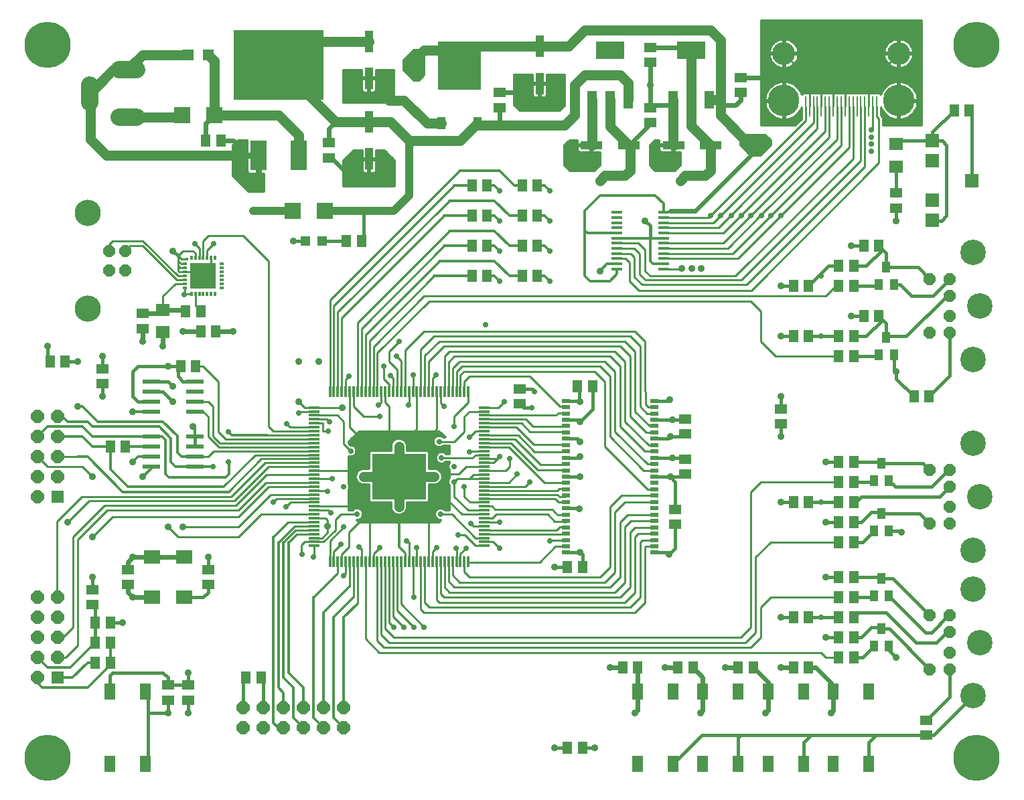
<source format=gtl>
G75*
%MOIN*%
%OFA0B0*%
%FSLAX24Y24*%
%IPPOS*%
%LPD*%
%AMOC8*
5,1,8,0,0,1.08239X$1,22.5*
%
%ADD10OC8,0.0610*%
%ADD11C,0.1306*%
%ADD12C,0.0860*%
%ADD13OC8,0.0591*%
%ADD14C,0.1266*%
%ADD15R,0.0236X0.0118*%
%ADD16R,0.0118X0.0236*%
%ADD17R,0.1299X0.1299*%
%ADD18R,0.0171X0.0171*%
%ADD19R,0.0820X0.1500*%
%ADD20R,0.4500X0.3500*%
%ADD21R,0.0551X0.0551*%
%ADD22R,0.0394X0.1102*%
%ADD23R,0.0787X0.0787*%
%ADD24R,0.2126X0.2441*%
%ADD25R,0.0394X0.0630*%
%ADD26R,0.0512X0.0591*%
%ADD27R,0.0591X0.0512*%
%ADD28R,0.0480X0.0880*%
%ADD29R,0.1417X0.0866*%
%ADD30R,0.1102X0.0394*%
%ADD31R,0.0709X0.0630*%
%ADD32R,0.0669X0.0669*%
%ADD33R,0.0394X0.0551*%
%ADD34R,0.0787X0.0701*%
%ADD35R,0.0866X0.0236*%
%ADD36R,0.0636X0.0636*%
%ADD37OC8,0.0636*%
%ADD38R,0.0551X0.0827*%
%ADD39C,0.2300*%
%ADD40R,0.0472X0.0472*%
%ADD41R,0.0581X0.0118*%
%ADD42R,0.0118X0.0581*%
%ADD43R,0.2661X0.2270*%
%ADD44R,0.0433X0.0197*%
%ADD45R,0.0110X0.1024*%
%ADD46C,0.1571*%
%ADD47C,0.1134*%
%ADD48R,0.0581X0.0177*%
%ADD49C,0.0500*%
%ADD50C,0.0240*%
%ADD51C,0.0354*%
%ADD52C,0.0120*%
%ADD53C,0.0160*%
%ADD54C,0.0400*%
%ADD55C,0.0100*%
%ADD56C,0.0276*%
D10*
X005213Y026388D03*
X006000Y026388D03*
X006000Y027372D03*
X005213Y027372D03*
D11*
X004146Y029250D03*
X004146Y024510D03*
D12*
X005716Y034028D02*
X006576Y034028D01*
X004256Y034779D02*
X004256Y035639D01*
X005716Y036390D02*
X006576Y036390D01*
D13*
X046065Y025969D03*
X047050Y025969D03*
X047050Y025142D03*
X047050Y024118D03*
X047050Y023291D03*
X046065Y023291D03*
X046065Y016469D03*
X047050Y016469D03*
X047050Y015642D03*
X047050Y014618D03*
X047050Y013791D03*
X046065Y013791D03*
X046065Y009219D03*
X047050Y009219D03*
X047050Y008392D03*
X047050Y007368D03*
X047050Y006541D03*
X046065Y006541D03*
D14*
X048231Y005223D03*
X048546Y007880D03*
X048231Y010537D03*
X048231Y012473D03*
X048546Y015130D03*
X048231Y017787D03*
X048231Y021973D03*
X048546Y024630D03*
X048231Y027287D03*
D15*
X010802Y026721D03*
X010802Y026524D03*
X010802Y026327D03*
X010802Y026130D03*
X010802Y025933D03*
X010802Y025736D03*
X010802Y025539D03*
X008991Y025539D03*
X008991Y025736D03*
X008991Y025933D03*
X008991Y026130D03*
X008991Y026327D03*
X008991Y026524D03*
X008991Y026721D03*
D16*
X009306Y027036D03*
X009502Y027036D03*
X009699Y027036D03*
X009896Y027036D03*
X010093Y027036D03*
X010290Y027036D03*
X010487Y027036D03*
X010487Y025224D03*
X010290Y025224D03*
X010093Y025224D03*
X009896Y025224D03*
X009699Y025224D03*
X009502Y025224D03*
X009306Y025224D03*
D17*
X009896Y026130D03*
D18*
X009068Y026958D03*
D19*
X012646Y032130D03*
X014646Y032130D03*
D20*
X013646Y036630D03*
D21*
X010138Y037130D03*
X009154Y037130D03*
D22*
X018146Y037805D03*
X018146Y035955D03*
X018146Y033805D03*
X018146Y031955D03*
X026646Y035705D03*
X026646Y037555D03*
D23*
X015933Y029380D03*
X014359Y029380D03*
X010433Y034130D03*
X008859Y034130D03*
D24*
X022646Y036614D03*
D25*
X021748Y033740D03*
X023544Y033740D03*
D26*
X023272Y030630D03*
X024020Y030630D03*
X025772Y030630D03*
X026520Y030630D03*
X026520Y029130D03*
X025772Y029130D03*
X024020Y029130D03*
X023272Y029130D03*
X023272Y027630D03*
X024020Y027630D03*
X025772Y027630D03*
X026520Y027630D03*
X026520Y026130D03*
X025772Y026130D03*
X024020Y026130D03*
X023272Y026130D03*
X017770Y027880D03*
X017022Y027880D03*
X010520Y023380D03*
X009772Y023380D03*
X009770Y024380D03*
X009022Y024380D03*
X008772Y021630D03*
X009520Y021630D03*
X006020Y017630D03*
X005272Y017630D03*
X003020Y021880D03*
X002272Y021880D03*
X010022Y032880D03*
X010770Y032880D03*
X028522Y020630D03*
X029270Y020630D03*
X039272Y023130D03*
X040020Y023130D03*
X041522Y023130D03*
X042270Y023130D03*
X042772Y024130D03*
X043520Y024130D03*
X042270Y025630D03*
X041522Y025630D03*
X041522Y026630D03*
X042270Y026630D03*
X042772Y027630D03*
X043520Y027630D03*
X040020Y025630D03*
X039272Y025630D03*
X041522Y022130D03*
X042270Y022130D03*
X045272Y020130D03*
X046020Y020130D03*
X042270Y016880D03*
X041522Y016880D03*
X041522Y015880D03*
X042270Y015880D03*
X042270Y014880D03*
X041522Y014880D03*
X041522Y013880D03*
X042270Y013880D03*
X042270Y012880D03*
X041522Y012880D03*
X041522Y011130D03*
X042270Y011130D03*
X042270Y010130D03*
X041522Y010130D03*
X041522Y009130D03*
X042270Y009130D03*
X042270Y008130D03*
X041522Y008130D03*
X041522Y007130D03*
X042270Y007130D03*
X040020Y006630D03*
X039272Y006630D03*
X037270Y006630D03*
X036522Y006630D03*
X034270Y006630D03*
X033522Y006630D03*
X031520Y006630D03*
X030772Y006630D03*
X028770Y002630D03*
X028022Y002630D03*
X039272Y009130D03*
X040020Y009130D03*
X040020Y014880D03*
X039272Y014880D03*
X028770Y011630D03*
X028022Y011630D03*
X012770Y006130D03*
X012022Y006130D03*
X005270Y006880D03*
X004522Y006880D03*
X004522Y007880D03*
X005270Y007880D03*
X005270Y008880D03*
X004522Y008880D03*
X047272Y034380D03*
X048020Y034380D03*
D27*
X044396Y030254D03*
X044396Y029506D03*
X036646Y035256D03*
X036646Y036004D03*
X032146Y036756D03*
X032146Y037504D03*
X032146Y034504D03*
X032146Y033756D03*
X024646Y034506D03*
X024646Y035254D03*
X016146Y032754D03*
X016146Y032006D03*
X006896Y024254D03*
X006896Y023506D03*
X004896Y021504D03*
X004896Y020756D03*
X006146Y011504D03*
X006146Y010756D03*
X004396Y010504D03*
X004396Y009756D03*
X008146Y005754D03*
X009146Y005754D03*
X009146Y005006D03*
X008146Y005006D03*
X010146Y010756D03*
X010146Y011504D03*
X025646Y019756D03*
X025646Y020504D03*
X033396Y014504D03*
X033396Y013756D03*
X033896Y016256D03*
X033896Y017004D03*
X033896Y018256D03*
X033896Y019004D03*
X038646Y018756D03*
X038646Y019504D03*
X045896Y004004D03*
X045896Y003256D03*
D28*
X035095Y034910D03*
X034185Y034910D03*
X033275Y034910D03*
X031056Y034910D03*
X030146Y034910D03*
X029236Y034910D03*
D29*
X030146Y037350D03*
X034185Y037350D03*
D30*
X033300Y032630D03*
X035150Y032630D03*
X031071Y032630D03*
X029221Y032630D03*
D31*
X044396Y032681D03*
X044396Y031579D03*
X007896Y024431D03*
X007896Y023329D03*
D32*
X046178Y028911D03*
X046178Y029896D03*
X048146Y030880D03*
X046178Y031864D03*
X046178Y032849D03*
D33*
X043896Y026563D03*
X043522Y025697D03*
X044270Y025697D03*
X043896Y023063D03*
X043522Y022197D03*
X044270Y022197D03*
X043646Y016813D03*
X043272Y015947D03*
X044020Y015947D03*
X043646Y014313D03*
X043272Y013447D03*
X044020Y013447D03*
X043646Y011063D03*
X043272Y010197D03*
X044020Y010197D03*
X043646Y008563D03*
X043272Y007697D03*
X044020Y007697D03*
D34*
X008933Y010130D03*
X007359Y010130D03*
X007359Y012130D03*
X008933Y012130D03*
D35*
X009479Y016630D03*
X009479Y017130D03*
X009479Y017630D03*
X009479Y018130D03*
X009479Y019380D03*
X009479Y019880D03*
X009479Y020380D03*
X009479Y020880D03*
X007313Y020880D03*
X007313Y020380D03*
X007313Y019880D03*
X007313Y019380D03*
X007313Y018130D03*
X007313Y017630D03*
X007313Y017130D03*
X007313Y016630D03*
D36*
X002646Y015130D03*
X002646Y006130D03*
D37*
X001646Y006130D03*
X001646Y007130D03*
X001646Y008130D03*
X002646Y008130D03*
X002646Y007130D03*
X002646Y009130D03*
X001646Y009130D03*
X001646Y010130D03*
X002646Y010130D03*
X001646Y015130D03*
X001646Y016130D03*
X002646Y016130D03*
X002646Y017130D03*
X001646Y017130D03*
X001646Y018130D03*
X002646Y018130D03*
X002646Y019130D03*
X001646Y019130D03*
X011896Y004630D03*
X011896Y003630D03*
X012896Y003630D03*
X012896Y004630D03*
X013896Y004630D03*
X013896Y003630D03*
X014896Y003630D03*
X014896Y004630D03*
X015896Y004630D03*
X015896Y003630D03*
X016896Y003630D03*
X016896Y004630D03*
D38*
X007032Y005421D03*
X005260Y005421D03*
X005260Y001839D03*
X007032Y001839D03*
X031510Y001839D03*
X033282Y001839D03*
X034760Y001839D03*
X036532Y001839D03*
X038010Y001839D03*
X039782Y001839D03*
X041260Y001839D03*
X043032Y001839D03*
X043032Y005421D03*
X041260Y005421D03*
X039782Y005421D03*
X038010Y005421D03*
X036532Y005421D03*
X034760Y005421D03*
X033282Y005421D03*
X031510Y005421D03*
D39*
X002146Y002130D03*
X002146Y037630D03*
X048396Y037630D03*
X048396Y002130D03*
D40*
X015809Y027880D03*
X014983Y027880D03*
D41*
X015419Y019575D03*
X015419Y019378D03*
X015419Y019181D03*
X015419Y018984D03*
X015419Y018787D03*
X015419Y018591D03*
X015419Y018394D03*
X015419Y018197D03*
X015419Y018000D03*
X015419Y017803D03*
X015419Y017606D03*
X015419Y017410D03*
X015419Y017213D03*
X015419Y017016D03*
X015419Y016819D03*
X015419Y016622D03*
X015419Y016425D03*
X015419Y016228D03*
X015419Y016032D03*
X015419Y015835D03*
X015419Y015638D03*
X015419Y015441D03*
X015419Y015244D03*
X015419Y015047D03*
X015419Y014850D03*
X015419Y014654D03*
X015419Y014457D03*
X015419Y014260D03*
X015419Y014063D03*
X015419Y013866D03*
X015419Y013669D03*
X015419Y013473D03*
X015419Y013276D03*
X015419Y013079D03*
X015419Y012882D03*
X015419Y012685D03*
X023874Y012685D03*
X023874Y012882D03*
X023874Y013079D03*
X023874Y013276D03*
X023874Y013473D03*
X023874Y013669D03*
X023874Y013866D03*
X023874Y014063D03*
X023874Y014260D03*
X023874Y014457D03*
X023874Y014654D03*
X023874Y014850D03*
X023874Y015047D03*
X023874Y015244D03*
X023874Y015441D03*
X023874Y015638D03*
X023874Y015835D03*
X023874Y016032D03*
X023874Y016228D03*
X023874Y016425D03*
X023874Y016622D03*
X023874Y016819D03*
X023874Y017016D03*
X023874Y017213D03*
X023874Y017410D03*
X023874Y017606D03*
X023874Y017803D03*
X023874Y018000D03*
X023874Y018197D03*
X023874Y018394D03*
X023874Y018591D03*
X023874Y018787D03*
X023874Y018984D03*
X023874Y019181D03*
X023874Y019378D03*
X023874Y019575D03*
D42*
X023091Y020358D03*
X022894Y020358D03*
X022697Y020358D03*
X022500Y020358D03*
X022304Y020358D03*
X022107Y020358D03*
X021910Y020358D03*
X021713Y020358D03*
X021516Y020358D03*
X021319Y020358D03*
X021122Y020358D03*
X020926Y020358D03*
X020729Y020358D03*
X020532Y020358D03*
X020335Y020358D03*
X020138Y020358D03*
X019941Y020358D03*
X019744Y020358D03*
X019548Y020358D03*
X019351Y020358D03*
X019154Y020358D03*
X018957Y020358D03*
X018760Y020358D03*
X018563Y020358D03*
X018367Y020358D03*
X018170Y020358D03*
X017973Y020358D03*
X017776Y020358D03*
X017579Y020358D03*
X017382Y020358D03*
X017185Y020358D03*
X016989Y020358D03*
X016792Y020358D03*
X016595Y020358D03*
X016398Y020358D03*
X016201Y020358D03*
X016201Y011902D03*
X016398Y011902D03*
X016595Y011902D03*
X016792Y011902D03*
X016989Y011902D03*
X017185Y011902D03*
X017382Y011902D03*
X017579Y011902D03*
X017776Y011902D03*
X017973Y011902D03*
X018170Y011902D03*
X018367Y011902D03*
X018563Y011902D03*
X018760Y011902D03*
X018957Y011902D03*
X019154Y011902D03*
X019351Y011902D03*
X019548Y011902D03*
X019744Y011902D03*
X019941Y011902D03*
X020138Y011902D03*
X020335Y011902D03*
X020532Y011902D03*
X020729Y011902D03*
X020926Y011902D03*
X021122Y011902D03*
X021319Y011902D03*
X021516Y011902D03*
X021713Y011902D03*
X021910Y011902D03*
X022107Y011902D03*
X022304Y011902D03*
X022500Y011902D03*
X022697Y011902D03*
X022894Y011902D03*
X023091Y011902D03*
D43*
X019646Y016130D03*
D44*
X027941Y016130D03*
X027941Y015815D03*
X027941Y015500D03*
X027941Y015185D03*
X027941Y014870D03*
X027941Y014555D03*
X027941Y014240D03*
X027941Y013925D03*
X027941Y013610D03*
X027941Y013295D03*
X027941Y012980D03*
X027941Y012665D03*
X027941Y012350D03*
X032351Y012350D03*
X032351Y012665D03*
X032351Y012980D03*
X032351Y013295D03*
X032351Y013610D03*
X032351Y013925D03*
X032351Y014240D03*
X032351Y014555D03*
X032351Y014870D03*
X032351Y015185D03*
X032351Y015500D03*
X032351Y015815D03*
X032351Y016130D03*
X032351Y016445D03*
X032351Y016760D03*
X032351Y017075D03*
X032351Y017390D03*
X032351Y017705D03*
X032351Y018020D03*
X032351Y018335D03*
X032351Y018650D03*
X032351Y018965D03*
X032351Y019280D03*
X032351Y019595D03*
X032351Y019910D03*
X027941Y019910D03*
X027941Y019595D03*
X027941Y019280D03*
X027941Y018965D03*
X027941Y018650D03*
X027941Y018335D03*
X027941Y018020D03*
X027941Y017705D03*
X027941Y017390D03*
X027941Y017075D03*
X027941Y016760D03*
X027941Y016445D03*
D45*
X039874Y034563D03*
X040071Y034563D03*
X040268Y034563D03*
X040465Y034563D03*
X040662Y034563D03*
X040859Y034563D03*
X041056Y034563D03*
X041252Y034563D03*
X041449Y034563D03*
X041646Y034563D03*
X041843Y034563D03*
X042040Y034563D03*
X042237Y034563D03*
X042433Y034563D03*
X042630Y034563D03*
X042827Y034563D03*
X043024Y034563D03*
X043221Y034563D03*
X043418Y034563D03*
D46*
X044500Y034862D03*
X038792Y034862D03*
D47*
X038792Y037209D03*
X044500Y037209D03*
D48*
X032803Y029287D03*
X032803Y029032D03*
X032803Y028776D03*
X032803Y028520D03*
X032803Y028264D03*
X032803Y028008D03*
X032803Y027752D03*
X032803Y027496D03*
X032803Y027240D03*
X032803Y026984D03*
X032803Y026728D03*
X032803Y026473D03*
X030489Y026473D03*
X030489Y026728D03*
X030489Y026984D03*
X030489Y027240D03*
X030489Y027496D03*
X030489Y027752D03*
X030489Y028008D03*
X030489Y028264D03*
X030489Y028520D03*
X030489Y028776D03*
X030489Y029032D03*
X030489Y029287D03*
D49*
X029646Y030880D02*
X029896Y031130D01*
X030146Y031130D01*
X030646Y031130D01*
X030896Y031130D01*
X031146Y031380D01*
X031146Y031880D01*
X031146Y032555D01*
X031071Y032630D01*
X030146Y033555D01*
X030146Y034910D01*
X029236Y034910D02*
X029236Y032645D01*
X029221Y032630D01*
X027896Y033630D02*
X026896Y033630D01*
X026396Y033630D01*
X025896Y033630D01*
X025396Y033630D01*
X024896Y033630D01*
X023654Y033630D01*
X023544Y033740D01*
X022683Y032880D01*
X020396Y032880D01*
X020146Y032880D01*
X019221Y033805D01*
X018146Y033805D01*
X016471Y033805D01*
X013646Y036630D01*
X014821Y037805D01*
X018146Y037805D01*
X020646Y037130D02*
X020646Y036630D01*
X020646Y037130D02*
X020896Y037380D01*
X021880Y037380D01*
X022646Y036614D01*
X023587Y037555D01*
X026646Y037555D01*
X028071Y037555D01*
X028896Y038380D01*
X035146Y038380D01*
X035646Y037880D01*
X035646Y034880D01*
X035616Y034910D01*
X035095Y034910D01*
X034185Y034910D02*
X034185Y033595D01*
X035150Y032630D01*
X035146Y032626D01*
X035146Y031880D01*
X035146Y031380D01*
X034896Y031130D01*
X034646Y031130D01*
X034146Y031130D01*
X033896Y031130D01*
X033646Y030880D01*
X033300Y032630D02*
X033275Y032654D01*
X033275Y034910D01*
X034185Y034910D02*
X034185Y037350D01*
X035646Y034880D02*
X035646Y034630D01*
X035646Y034130D01*
X036896Y032880D01*
X031056Y034910D02*
X031056Y035720D01*
X030646Y036130D01*
X028896Y036130D01*
X028396Y035630D01*
X028396Y034130D01*
X027896Y033630D01*
X021748Y033740D02*
X021036Y033740D01*
X019896Y034880D01*
X019146Y034880D01*
X014646Y033130D02*
X014646Y032130D01*
X014646Y033130D02*
X013646Y034130D01*
X010433Y034130D01*
X010433Y036835D01*
X010138Y037130D01*
X009162Y037138D02*
X006878Y037138D01*
X006130Y036390D01*
X005422Y036390D01*
X004279Y035247D01*
X004241Y035209D01*
X004280Y035209D02*
X004280Y032925D01*
X005067Y032138D01*
X011721Y032138D01*
X008859Y034130D02*
X008756Y034028D01*
X006146Y034028D01*
X019646Y017630D02*
X019646Y016130D01*
X019646Y014630D01*
X019646Y016130D02*
X017896Y016130D01*
X019646Y016130D02*
X021396Y016130D01*
D50*
X011396Y023380D02*
X010520Y023380D01*
X009772Y023380D02*
X008896Y023380D01*
X007896Y023329D02*
X007896Y022630D01*
X006896Y022880D02*
X006896Y023506D01*
X006896Y024254D02*
X007719Y024254D01*
X007896Y024431D01*
X008971Y024431D01*
X017146Y030880D02*
X017146Y031130D01*
X016270Y032006D01*
X016146Y032006D01*
X016146Y032754D02*
X016146Y033480D01*
X016471Y033805D01*
X011646Y032630D02*
X011396Y032880D01*
X010770Y032880D01*
X010022Y032880D02*
X010022Y033719D01*
X010433Y034130D01*
X024646Y033880D02*
X024896Y033630D01*
X024646Y033880D02*
X024646Y034506D01*
X024646Y035254D02*
X025522Y035254D01*
X025646Y035130D01*
X025646Y034630D01*
X031071Y032630D02*
X032146Y033705D01*
X032146Y033756D01*
X032146Y034504D02*
X032146Y034630D01*
X033146Y034630D01*
X032146Y034630D02*
X032146Y035630D01*
X032146Y036756D01*
X032146Y037504D02*
X034031Y037504D01*
X034185Y037350D01*
X036646Y036004D02*
X038770Y036004D01*
X038896Y036130D01*
X036646Y035256D02*
X036646Y034880D01*
X036396Y034630D01*
X035646Y034630D01*
X037146Y032380D02*
X037146Y032130D01*
X034396Y029380D01*
X033146Y029380D01*
X008933Y012130D02*
X007359Y012130D01*
X006396Y012130D01*
X006146Y011880D01*
X006146Y011504D01*
X006146Y010756D02*
X006146Y010380D01*
X006396Y010130D01*
X007359Y010130D01*
X030146Y006630D02*
X030772Y006630D01*
X031520Y006630D02*
X031520Y005431D01*
X031510Y005421D01*
X031510Y004494D01*
X031396Y004380D01*
X032896Y006630D02*
X033522Y006630D01*
X034270Y006630D02*
X034760Y006140D01*
X034760Y005421D01*
X034760Y004494D01*
X034646Y004380D01*
X035896Y006630D02*
X036522Y006630D01*
X037270Y006630D02*
X038010Y005890D01*
X038010Y005421D01*
X038010Y004494D01*
X037896Y004380D01*
X038646Y006630D02*
X039272Y006630D01*
X040020Y006630D02*
X040396Y006630D01*
X041146Y005880D01*
X041146Y005536D01*
X041260Y005421D01*
X041260Y004494D01*
X041146Y004380D01*
D51*
X041146Y004380D03*
X038646Y006630D03*
X037896Y004380D03*
X035896Y006630D03*
X034646Y004380D03*
X032896Y006630D03*
X031396Y004380D03*
X030146Y006630D03*
X029396Y002630D03*
X027396Y002630D03*
X038646Y009130D03*
X040896Y008130D03*
X044396Y007130D03*
X040896Y011130D03*
X040896Y013880D03*
X038646Y014880D03*
X040896Y016880D03*
X038646Y018130D03*
X038646Y020130D03*
X038646Y023130D03*
X038646Y025630D03*
X042146Y024130D03*
X044396Y021380D03*
X042146Y027630D03*
X044396Y028880D03*
X037896Y032880D03*
X037396Y032880D03*
X036896Y032880D03*
X037146Y032380D03*
X037646Y032380D03*
X035146Y031880D03*
X035146Y031380D03*
X034646Y031130D03*
X034146Y031130D03*
X033646Y030880D03*
X033396Y031630D03*
X032896Y031630D03*
X032396Y031630D03*
X032396Y032130D03*
X032396Y032630D03*
X031146Y031880D03*
X031146Y031380D03*
X030646Y031130D03*
X030146Y031130D03*
X029646Y030880D03*
X029146Y031630D03*
X028646Y031630D03*
X028146Y031630D03*
X028146Y032130D03*
X028146Y032630D03*
X026896Y033630D03*
X026396Y033630D03*
X025896Y033630D03*
X025396Y033630D03*
X024896Y033630D03*
X025646Y034630D03*
X026146Y034630D03*
X026646Y034630D03*
X027146Y034630D03*
X027646Y034630D03*
X032146Y035630D03*
X031896Y028880D03*
X033729Y026508D03*
X034201Y026508D03*
X034674Y026508D03*
X029646Y026380D03*
X028646Y019880D03*
X028646Y018880D03*
X028646Y017880D03*
X028646Y017130D03*
X028646Y016130D03*
X028599Y014539D03*
X028646Y012380D03*
X027396Y011630D03*
X021396Y016130D03*
X019646Y014630D03*
X017896Y016130D03*
X019646Y017630D03*
X017646Y018130D03*
X016804Y019577D03*
X014646Y019880D03*
X014646Y021880D03*
X015646Y021880D03*
X011396Y023380D03*
X008896Y023380D03*
X007896Y022630D03*
X006896Y022880D03*
X008146Y021630D03*
X008396Y020630D03*
X008396Y019880D03*
X009396Y018630D03*
X006396Y019380D03*
X004896Y020130D03*
X003646Y019630D03*
X003646Y021880D03*
X004896Y022130D03*
X002146Y022630D03*
X008396Y027380D03*
X012396Y029380D03*
X012896Y029380D03*
X013396Y029380D03*
X012146Y030880D03*
X011646Y031130D03*
X011646Y031630D03*
X011646Y032130D03*
X011646Y032630D03*
X017146Y030880D03*
X017646Y030880D03*
X018146Y030880D03*
X018646Y030880D03*
X019146Y030880D03*
X014396Y027880D03*
X017146Y034880D03*
X017646Y034880D03*
X018146Y034880D03*
X018646Y034880D03*
X019146Y034880D03*
X020146Y036380D03*
X020646Y036630D03*
X020646Y036130D03*
X020146Y036880D03*
X020646Y037130D03*
X033126Y019973D03*
X033244Y018949D03*
X033146Y018130D03*
X033244Y017059D03*
X033146Y016130D03*
X033087Y012256D03*
X044646Y013380D03*
X016091Y013673D03*
X010146Y012130D03*
X008896Y013630D03*
X008146Y013630D03*
X006396Y012130D03*
X004396Y011130D03*
X006396Y010130D03*
X005896Y008880D03*
X009146Y006380D03*
X009146Y004380D03*
X008146Y004380D03*
X004396Y013130D03*
X003146Y013880D03*
X004396Y016130D03*
X006396Y016880D03*
X006896Y016130D03*
D52*
X007313Y016547D01*
X007313Y016630D01*
X008020Y016272D02*
X008178Y016114D01*
X011012Y016114D01*
X011170Y016272D01*
X011170Y016856D01*
X011146Y016880D01*
X010396Y016630D02*
X009479Y016630D01*
X009475Y016626D01*
X008532Y016626D01*
X008296Y016862D01*
X008296Y018043D01*
X007709Y018630D01*
X004396Y018630D01*
X004146Y018880D01*
X003146Y018880D01*
X002896Y019130D01*
X002646Y019130D01*
X002146Y018630D02*
X003896Y018630D01*
X004396Y018130D01*
X007313Y018130D01*
X007855Y018130D01*
X008020Y017965D01*
X008020Y016272D01*
X007313Y017130D02*
X006646Y017130D01*
X006396Y016880D01*
X006020Y017630D02*
X007313Y017630D01*
X008611Y017335D02*
X008611Y018165D01*
X007896Y018880D01*
X004646Y018880D01*
X003896Y019630D01*
X003646Y019630D01*
X002146Y018630D02*
X001646Y018130D01*
X002646Y018130D02*
X003896Y018130D01*
X004396Y017630D01*
X005272Y017630D01*
X005272Y016504D01*
X006146Y015630D01*
X010896Y015630D01*
X011146Y015380D02*
X005896Y015380D01*
X004146Y017130D01*
X003646Y017130D01*
X006396Y019380D02*
X007313Y019380D01*
X009396Y018630D02*
X009479Y018547D01*
X009479Y018130D01*
X009479Y017130D02*
X008815Y017130D01*
X008611Y017335D01*
X011146Y018380D02*
X011329Y018197D01*
X013079Y018197D01*
X017146Y017880D02*
X017146Y017797D01*
X017232Y017711D01*
X017292Y017711D01*
X017401Y017666D01*
X017485Y017582D01*
X017530Y017473D01*
X017530Y017354D01*
X017485Y017245D01*
X017401Y017161D01*
X017292Y017116D01*
X017173Y017116D01*
X017146Y017127D01*
X017146Y015801D01*
X017149Y015799D01*
X017194Y015689D01*
X017194Y015571D01*
X017149Y015461D01*
X017146Y015459D01*
X017146Y014474D01*
X017350Y014474D01*
X017393Y014516D01*
X017502Y014562D01*
X017621Y014562D01*
X017730Y014516D01*
X017814Y014433D01*
X017859Y014323D01*
X017859Y014205D01*
X017814Y014095D01*
X017730Y014011D01*
X017621Y013966D01*
X017560Y013966D01*
X017646Y013880D01*
X021646Y013880D01*
X021730Y013964D01*
X021666Y013964D01*
X021556Y014009D01*
X021472Y014093D01*
X021427Y014203D01*
X021427Y014321D01*
X021472Y014431D01*
X021556Y014514D01*
X021666Y014560D01*
X021784Y014560D01*
X021893Y014514D01*
X021934Y014474D01*
X022146Y014474D01*
X022146Y015709D01*
X022144Y015711D01*
X022098Y015821D01*
X022098Y015939D01*
X022144Y016049D01*
X022146Y016051D01*
X022146Y016459D01*
X022144Y016461D01*
X022098Y016571D01*
X022098Y016689D01*
X022144Y016799D01*
X022146Y016801D01*
X022146Y016849D01*
X021958Y016849D01*
X021933Y016824D01*
X021823Y016779D01*
X021705Y016779D01*
X021595Y016824D01*
X021512Y016908D01*
X021466Y017018D01*
X021466Y017136D01*
X021512Y017246D01*
X021595Y017329D01*
X021705Y017375D01*
X021823Y017375D01*
X021933Y017329D01*
X021993Y017269D01*
X022146Y017269D01*
X022146Y017670D01*
X021857Y017670D01*
X021815Y017628D01*
X021705Y017582D01*
X021587Y017582D01*
X021477Y017628D01*
X021394Y017711D01*
X021348Y017821D01*
X021348Y017939D01*
X021394Y018049D01*
X021477Y018132D01*
X021587Y018178D01*
X021705Y018178D01*
X021815Y018132D01*
X021857Y018090D01*
X021936Y018090D01*
X021646Y018380D01*
X017646Y018380D01*
X017146Y017880D01*
X017171Y017905D02*
X019341Y017905D01*
X019298Y017862D02*
X019414Y017978D01*
X019565Y018040D01*
X019728Y018040D01*
X019878Y017978D01*
X019994Y017862D01*
X020056Y017712D01*
X020056Y017425D01*
X021043Y017425D01*
X021137Y017331D01*
X021137Y016540D01*
X021478Y016540D01*
X021628Y016478D01*
X021744Y016362D01*
X021806Y016212D01*
X021806Y016048D01*
X021744Y015898D01*
X021628Y015782D01*
X021478Y015720D01*
X021137Y015720D01*
X021137Y014929D01*
X021043Y014835D01*
X020056Y014835D01*
X020056Y014548D01*
X019994Y014398D01*
X019878Y014282D01*
X019728Y014220D01*
X019565Y014220D01*
X019414Y014282D01*
X019298Y014398D01*
X019236Y014548D01*
X019236Y014835D01*
X018249Y014835D01*
X018155Y014929D01*
X018155Y015720D01*
X017815Y015720D01*
X017664Y015782D01*
X017548Y015898D01*
X017486Y016048D01*
X017486Y016212D01*
X017548Y016362D01*
X017664Y016478D01*
X017815Y016540D01*
X018155Y016540D01*
X018155Y017331D01*
X018249Y017425D01*
X019236Y017425D01*
X019236Y017712D01*
X019298Y017862D01*
X019267Y017787D02*
X017157Y017787D01*
X017396Y017668D02*
X019236Y017668D01*
X019236Y017550D02*
X017499Y017550D01*
X017530Y017431D02*
X019236Y017431D01*
X019525Y018024D02*
X017290Y018024D01*
X017408Y018142D02*
X021501Y018142D01*
X021383Y018024D02*
X019767Y018024D01*
X019951Y017905D02*
X021348Y017905D01*
X021362Y017787D02*
X020025Y017787D01*
X020056Y017668D02*
X021437Y017668D01*
X021579Y017313D02*
X021137Y017313D01*
X021137Y017194D02*
X021490Y017194D01*
X021466Y017076D02*
X021137Y017076D01*
X021137Y016957D02*
X021491Y016957D01*
X021581Y016839D02*
X021137Y016839D01*
X021137Y016720D02*
X022111Y016720D01*
X022098Y016602D02*
X021137Y016602D01*
X021615Y016483D02*
X022135Y016483D01*
X022146Y016365D02*
X021741Y016365D01*
X021792Y016246D02*
X022146Y016246D01*
X022146Y016128D02*
X021806Y016128D01*
X021790Y016009D02*
X022127Y016009D01*
X022098Y015891D02*
X021736Y015891D01*
X021603Y015772D02*
X022118Y015772D01*
X022146Y015654D02*
X021137Y015654D01*
X021137Y015535D02*
X022146Y015535D01*
X022146Y015417D02*
X021137Y015417D01*
X021137Y015298D02*
X022146Y015298D01*
X022146Y015180D02*
X021137Y015180D01*
X021137Y015061D02*
X022146Y015061D01*
X022146Y014943D02*
X021137Y014943D01*
X021510Y014469D02*
X020023Y014469D01*
X020056Y014587D02*
X022146Y014587D01*
X022146Y014706D02*
X020056Y014706D01*
X020056Y014824D02*
X022146Y014824D01*
X021439Y014350D02*
X019946Y014350D01*
X019755Y014232D02*
X021427Y014232D01*
X021464Y014113D02*
X017821Y014113D01*
X017859Y014232D02*
X019537Y014232D01*
X019346Y014350D02*
X017848Y014350D01*
X017778Y014469D02*
X019269Y014469D01*
X019236Y014587D02*
X017146Y014587D01*
X017146Y014706D02*
X019236Y014706D01*
X019236Y014824D02*
X017146Y014824D01*
X017146Y014943D02*
X018155Y014943D01*
X018155Y015061D02*
X017146Y015061D01*
X017146Y015180D02*
X018155Y015180D01*
X018155Y015298D02*
X017146Y015298D01*
X017146Y015417D02*
X018155Y015417D01*
X018155Y015535D02*
X017179Y015535D01*
X017194Y015654D02*
X018155Y015654D01*
X017689Y015772D02*
X017160Y015772D01*
X017146Y015891D02*
X017556Y015891D01*
X017502Y016009D02*
X017146Y016009D01*
X017146Y016128D02*
X017486Y016128D01*
X017500Y016246D02*
X017146Y016246D01*
X017146Y016365D02*
X017551Y016365D01*
X017677Y016483D02*
X017146Y016483D01*
X017146Y016602D02*
X018155Y016602D01*
X018155Y016720D02*
X017146Y016720D01*
X017146Y016839D02*
X018155Y016839D01*
X018155Y016957D02*
X017146Y016957D01*
X017146Y017076D02*
X018155Y017076D01*
X018155Y017194D02*
X017434Y017194D01*
X017513Y017313D02*
X018155Y017313D01*
X017527Y018261D02*
X021766Y018261D01*
X021792Y018142D02*
X021884Y018142D01*
X021647Y018379D02*
X017645Y018379D01*
X020056Y017550D02*
X022146Y017550D01*
X022146Y017668D02*
X021855Y017668D01*
X021950Y017313D02*
X022146Y017313D01*
X022146Y017431D02*
X020056Y017431D01*
X021947Y016839D02*
X022146Y016839D01*
X021592Y013995D02*
X017689Y013995D01*
X018146Y013880D02*
X018170Y013856D01*
X017646Y012630D02*
X017776Y012500D01*
X016989Y011303D02*
X016878Y011193D01*
X017185Y010669D02*
X015896Y009380D01*
X015896Y004630D01*
X015396Y004130D02*
X015396Y010130D01*
X016396Y009130D02*
X017382Y010116D01*
X017579Y009813D02*
X016896Y009130D01*
X016896Y004630D01*
X016396Y004130D02*
X016396Y009130D01*
X014146Y006380D02*
X014146Y012880D01*
X013896Y012880D02*
X013896Y006130D01*
X014396Y005630D01*
X014396Y004130D01*
X014896Y003630D01*
X015396Y004130D02*
X015896Y003630D01*
X016396Y004130D02*
X016896Y003630D01*
X014896Y004630D02*
X014896Y005630D01*
X014146Y006380D01*
X013646Y005630D02*
X013646Y012880D01*
X013396Y013130D02*
X013396Y003880D01*
X013646Y003630D01*
X013896Y003630D01*
X013896Y004630D02*
X013896Y005380D01*
X013646Y005630D01*
X005270Y006754D02*
X004146Y005630D01*
X001896Y005630D01*
X001646Y005880D01*
X001646Y006130D01*
X002146Y006630D02*
X003272Y006630D01*
X004522Y007880D01*
X005270Y007880D02*
X005270Y006880D01*
X005270Y006754D01*
X004522Y006880D02*
X004146Y006880D01*
X003396Y006130D01*
X002646Y006130D01*
X002146Y006630D02*
X001646Y007130D01*
X019646Y012630D02*
X019646Y013880D01*
X020014Y012945D02*
X020138Y012821D01*
X021122Y013856D02*
X021146Y013880D01*
X021396Y026130D02*
X023272Y026130D01*
X024020Y026130D02*
X024396Y026130D01*
X024646Y025880D01*
X025146Y026130D02*
X024396Y026880D01*
X021646Y026880D01*
X021896Y027630D02*
X023272Y027630D01*
X024020Y027630D02*
X024396Y027630D01*
X024646Y027380D01*
X025146Y027630D02*
X024396Y028380D01*
X022146Y028380D01*
X021896Y029130D02*
X023272Y029130D01*
X024020Y029130D02*
X024396Y029130D01*
X024646Y028880D01*
X025146Y029130D02*
X024396Y029880D01*
X022146Y029880D01*
X022396Y030630D02*
X023272Y030630D01*
X024020Y030630D02*
X024396Y030630D01*
X024646Y030380D01*
X025396Y030630D02*
X024646Y031380D01*
X022646Y031380D01*
X025396Y030630D02*
X025772Y030630D01*
X026520Y030630D02*
X026896Y030630D01*
X027146Y030380D01*
X026896Y029130D02*
X027146Y028880D01*
X026896Y029130D02*
X026520Y029130D01*
X025772Y029130D02*
X025146Y029130D01*
X025146Y027630D02*
X025772Y027630D01*
X026520Y027630D02*
X026896Y027630D01*
X027146Y027380D01*
X028896Y028380D02*
X029012Y028264D01*
X030489Y028264D01*
X030489Y028008D02*
X032146Y028008D01*
X032803Y028008D01*
X032146Y028008D02*
X032146Y026880D01*
X032298Y026728D01*
X032803Y026728D01*
X030489Y026728D02*
X029994Y026728D01*
X029646Y026380D01*
X029146Y025880D02*
X028896Y026130D01*
X028896Y028380D01*
X028896Y029380D01*
X029646Y030130D01*
X032396Y030130D01*
X032803Y029723D01*
X032803Y029287D01*
X033054Y029287D01*
X033146Y029380D01*
X033396Y031380D02*
X032396Y031380D01*
X032146Y031630D01*
X032146Y032630D01*
X032396Y032880D01*
X032597Y032880D01*
X032588Y032848D01*
X032588Y032668D01*
X033261Y032668D01*
X033261Y032592D01*
X032588Y032592D01*
X032588Y032412D01*
X032599Y032371D01*
X032620Y032335D01*
X032650Y032305D01*
X032687Y032284D01*
X032727Y032273D01*
X033261Y032273D01*
X033261Y032592D01*
X033338Y032592D01*
X033338Y032273D01*
X033646Y032273D01*
X033646Y031630D01*
X033396Y031380D01*
X033430Y031414D02*
X032362Y031414D01*
X032243Y031533D02*
X033549Y031533D01*
X033646Y031651D02*
X032146Y031651D01*
X032146Y031770D02*
X033646Y031770D01*
X033646Y031888D02*
X032146Y031888D01*
X032146Y032007D02*
X033646Y032007D01*
X033646Y032125D02*
X032146Y032125D01*
X032146Y032244D02*
X033646Y032244D01*
X033338Y032362D02*
X033261Y032362D01*
X033261Y032481D02*
X033338Y032481D01*
X033261Y032599D02*
X032146Y032599D01*
X032146Y032481D02*
X032588Y032481D01*
X032605Y032362D02*
X032146Y032362D01*
X032234Y032718D02*
X032588Y032718D01*
X032588Y032836D02*
X032352Y032836D01*
X029646Y032273D02*
X029646Y031630D01*
X029396Y031380D01*
X028146Y031380D01*
X027896Y031630D01*
X027896Y032630D01*
X028146Y032880D01*
X028518Y032880D01*
X028510Y032848D01*
X028510Y032668D01*
X029182Y032668D01*
X029182Y032592D01*
X028510Y032592D01*
X028510Y032412D01*
X028521Y032371D01*
X028542Y032335D01*
X028571Y032305D01*
X028608Y032284D01*
X028649Y032273D01*
X029182Y032273D01*
X029182Y032592D01*
X029259Y032592D01*
X029259Y032273D01*
X029646Y032273D01*
X029646Y032244D02*
X027896Y032244D01*
X027896Y032362D02*
X028526Y032362D01*
X028510Y032481D02*
X027896Y032481D01*
X027896Y032599D02*
X029182Y032599D01*
X029182Y032481D02*
X029259Y032481D01*
X029259Y032362D02*
X029182Y032362D01*
X029646Y032125D02*
X027896Y032125D01*
X027896Y032007D02*
X029646Y032007D01*
X029646Y031888D02*
X027896Y031888D01*
X027896Y031770D02*
X029646Y031770D01*
X029646Y031651D02*
X027896Y031651D01*
X027993Y031533D02*
X029549Y031533D01*
X029430Y031414D02*
X028112Y031414D01*
X027984Y032718D02*
X028510Y032718D01*
X028510Y032836D02*
X028102Y032836D01*
X027646Y034380D02*
X025646Y034380D01*
X025396Y034630D01*
X025396Y036130D01*
X026289Y036130D01*
X026289Y035743D01*
X026608Y035743D01*
X026608Y035666D01*
X026684Y035666D01*
X026684Y034994D01*
X026864Y034994D01*
X026905Y035005D01*
X026941Y035026D01*
X026971Y035055D01*
X026992Y035092D01*
X027003Y035133D01*
X027003Y035666D01*
X026684Y035666D01*
X026684Y035743D01*
X027003Y035743D01*
X027003Y036130D01*
X027896Y036130D01*
X027896Y034630D01*
X027646Y034380D01*
X027761Y034495D02*
X025531Y034495D01*
X025412Y034614D02*
X027880Y034614D01*
X027896Y034732D02*
X025396Y034732D01*
X025396Y034851D02*
X027896Y034851D01*
X027896Y034969D02*
X025396Y034969D01*
X025396Y035088D02*
X026303Y035088D01*
X026300Y035092D02*
X026321Y035055D01*
X026351Y035026D01*
X026387Y035005D01*
X026428Y034994D01*
X026608Y034994D01*
X026608Y035666D01*
X026289Y035666D01*
X026289Y035133D01*
X026300Y035092D01*
X026289Y035206D02*
X025396Y035206D01*
X025396Y035325D02*
X026289Y035325D01*
X026289Y035443D02*
X025396Y035443D01*
X025396Y035562D02*
X026289Y035562D01*
X026289Y035799D02*
X025396Y035799D01*
X025396Y035917D02*
X026289Y035917D01*
X026289Y036036D02*
X025396Y036036D01*
X025396Y035680D02*
X026608Y035680D01*
X026684Y035680D02*
X027896Y035680D01*
X027896Y035562D02*
X027003Y035562D01*
X027003Y035443D02*
X027896Y035443D01*
X027896Y035325D02*
X027003Y035325D01*
X027003Y035206D02*
X027896Y035206D01*
X027896Y035088D02*
X026990Y035088D01*
X026684Y035088D02*
X026608Y035088D01*
X026608Y035206D02*
X026684Y035206D01*
X026684Y035325D02*
X026608Y035325D01*
X026608Y035443D02*
X026684Y035443D01*
X026684Y035562D02*
X026608Y035562D01*
X027003Y035799D02*
X027896Y035799D01*
X027896Y035917D02*
X027003Y035917D01*
X027003Y036036D02*
X027896Y036036D01*
X020896Y036130D02*
X020646Y035880D01*
X020396Y035880D01*
X019896Y036380D01*
X019896Y036880D01*
X020396Y037380D01*
X020646Y037380D01*
X020896Y037130D01*
X020896Y036130D01*
X020896Y036154D02*
X020122Y036154D01*
X020240Y036036D02*
X020802Y036036D01*
X020683Y035917D02*
X020359Y035917D01*
X020003Y036273D02*
X020896Y036273D01*
X020896Y036391D02*
X019896Y036391D01*
X019896Y036510D02*
X020896Y036510D01*
X020896Y036628D02*
X019896Y036628D01*
X019896Y036747D02*
X020896Y036747D01*
X020896Y036865D02*
X019896Y036865D01*
X020000Y036984D02*
X020896Y036984D01*
X020896Y037102D02*
X020118Y037102D01*
X020237Y037221D02*
X020805Y037221D01*
X020687Y037339D02*
X020355Y037339D01*
X019396Y036380D02*
X018503Y036380D01*
X018503Y035993D01*
X018184Y035993D01*
X018184Y035916D01*
X018184Y035244D01*
X018364Y035244D01*
X018405Y035255D01*
X018441Y035276D01*
X018471Y035305D01*
X018492Y035342D01*
X018503Y035383D01*
X018503Y035916D01*
X018184Y035916D01*
X018108Y035916D01*
X018108Y035244D01*
X017928Y035244D01*
X017887Y035255D01*
X017851Y035276D01*
X017821Y035305D01*
X017800Y035342D01*
X017789Y035383D01*
X017789Y035916D01*
X018108Y035916D01*
X018108Y035993D01*
X017789Y035993D01*
X017789Y036380D01*
X016896Y036380D01*
X016896Y034748D01*
X019396Y034748D01*
X019396Y036380D01*
X019396Y036273D02*
X018503Y036273D01*
X018503Y036154D02*
X019396Y036154D01*
X019396Y036036D02*
X018503Y036036D01*
X018503Y035799D02*
X019396Y035799D01*
X019396Y035917D02*
X018184Y035917D01*
X018108Y035917D02*
X016896Y035917D01*
X016896Y035799D02*
X017789Y035799D01*
X017789Y035680D02*
X016896Y035680D01*
X016896Y035562D02*
X017789Y035562D01*
X017789Y035443D02*
X016896Y035443D01*
X016896Y035325D02*
X017810Y035325D01*
X018108Y035325D02*
X018184Y035325D01*
X018184Y035443D02*
X018108Y035443D01*
X018108Y035562D02*
X018184Y035562D01*
X018184Y035680D02*
X018108Y035680D01*
X018108Y035799D02*
X018184Y035799D01*
X018503Y035680D02*
X019396Y035680D01*
X019396Y035562D02*
X018503Y035562D01*
X018503Y035443D02*
X019396Y035443D01*
X019396Y035325D02*
X018482Y035325D01*
X019396Y035206D02*
X016896Y035206D01*
X016896Y035088D02*
X019396Y035088D01*
X019396Y034969D02*
X016896Y034969D01*
X016896Y034851D02*
X019396Y034851D01*
X017789Y036036D02*
X016896Y036036D01*
X016896Y036154D02*
X017789Y036154D01*
X017789Y036273D02*
X016896Y036273D01*
X025146Y026130D02*
X025772Y026130D01*
X026520Y026130D02*
X026896Y026130D01*
X027146Y025880D01*
X029146Y025880D02*
X030146Y025880D01*
X030489Y026223D01*
X030489Y026473D01*
X036646Y032630D02*
X037146Y032130D01*
X037646Y032130D01*
X038146Y032630D01*
X038146Y032880D01*
X037896Y033130D01*
X036896Y033130D01*
X036646Y032880D01*
X036646Y032630D01*
X036677Y032599D02*
X038115Y032599D01*
X038146Y032718D02*
X036646Y032718D01*
X036646Y032836D02*
X038146Y032836D01*
X038071Y032955D02*
X036721Y032955D01*
X036839Y033073D02*
X037953Y033073D01*
X037997Y032481D02*
X036795Y032481D01*
X036914Y032362D02*
X037878Y032362D01*
X037760Y032244D02*
X037032Y032244D01*
D53*
X032146Y028630D02*
X031896Y028880D01*
X032146Y028630D02*
X032146Y028008D01*
X038646Y025630D02*
X039272Y025630D01*
X040020Y025630D02*
X040583Y026193D01*
X041020Y026630D01*
X041522Y026630D01*
X042270Y026630D02*
X042896Y026630D01*
X043708Y027442D01*
X043520Y027630D01*
X043708Y027442D02*
X043896Y027254D01*
X043896Y026563D01*
X045471Y026563D01*
X046065Y025969D01*
X046211Y025130D02*
X045146Y025130D01*
X044579Y025697D01*
X044270Y025697D01*
X043522Y025697D02*
X043455Y025630D01*
X042270Y025630D01*
X042146Y024130D02*
X042772Y024130D01*
X043520Y024130D02*
X043708Y023942D01*
X042896Y023130D01*
X042270Y023130D01*
X041522Y023130D02*
X040646Y023130D01*
X040020Y023130D01*
X039272Y023130D02*
X038646Y023130D01*
X038646Y020130D02*
X038646Y019504D01*
X038646Y018756D02*
X038646Y018130D01*
X040896Y016880D02*
X041522Y016880D01*
X042270Y016880D02*
X043579Y016880D01*
X043646Y016813D01*
X045721Y016813D01*
X046065Y016469D01*
X046146Y015630D02*
X044337Y015630D01*
X044020Y015947D01*
X043272Y015947D02*
X043205Y015880D01*
X042270Y015880D01*
X042646Y015130D02*
X046538Y015130D01*
X047050Y015642D01*
X047050Y016469D02*
X046985Y016469D01*
X046146Y015630D01*
X045544Y014313D02*
X046065Y013791D01*
X045544Y014313D02*
X043646Y014313D01*
X043579Y014380D01*
X043146Y014380D01*
X042646Y013880D01*
X042270Y013880D01*
X041522Y013880D02*
X040896Y013880D01*
X040646Y014880D02*
X040020Y014880D01*
X040646Y014880D02*
X041522Y014880D01*
X042270Y014880D02*
X042396Y014880D01*
X042646Y015130D01*
X043272Y013447D02*
X042705Y012880D01*
X042270Y012880D01*
X044020Y013447D02*
X044579Y013447D01*
X044646Y013380D01*
X043579Y011130D02*
X042270Y011130D01*
X041522Y011130D02*
X040896Y011130D01*
X042270Y010130D02*
X043205Y010130D01*
X043272Y010197D01*
X044020Y010197D02*
X045837Y008380D01*
X046146Y008380D01*
X046985Y009219D01*
X047050Y009219D01*
X047050Y008392D02*
X046908Y008392D01*
X046396Y007880D01*
X045396Y007880D01*
X043896Y009380D01*
X042520Y009380D01*
X042270Y009130D01*
X041522Y009130D02*
X040646Y009130D01*
X040020Y009130D01*
X039272Y009130D02*
X038646Y009130D01*
X040896Y008130D02*
X041522Y008130D01*
X042270Y008130D02*
X042646Y008130D01*
X043146Y008630D01*
X043579Y008630D01*
X043646Y008563D01*
X044044Y008563D01*
X046065Y006541D01*
X047050Y006541D02*
X047050Y005158D01*
X045896Y004004D01*
X045896Y003256D02*
X043396Y003256D01*
X043032Y002892D01*
X043032Y001839D01*
X043396Y003256D02*
X040146Y003256D01*
X039782Y002892D01*
X039782Y001839D01*
X040146Y003256D02*
X036646Y003256D01*
X036532Y003142D01*
X036532Y001839D01*
X036646Y003256D02*
X034699Y003256D01*
X033282Y001839D01*
X029396Y002630D02*
X028770Y002630D01*
X028022Y002630D02*
X027396Y002630D01*
X027396Y011630D02*
X028022Y011630D01*
X028770Y011630D02*
X028770Y012256D01*
X028646Y012380D01*
X028617Y012350D01*
X027941Y012350D01*
X027941Y014555D02*
X028599Y014555D01*
X028599Y014539D01*
X028646Y016130D02*
X027941Y016130D01*
X027941Y017075D02*
X028591Y017075D01*
X028646Y017130D01*
X028646Y017880D02*
X028506Y018020D01*
X027941Y018020D01*
X027941Y018965D02*
X028561Y018965D01*
X028646Y018880D01*
X029270Y019504D01*
X029270Y020630D01*
X028617Y020536D02*
X028522Y020630D01*
X028617Y020536D02*
X028617Y019910D01*
X028646Y019880D01*
X028617Y019910D02*
X027941Y019910D01*
X026396Y020380D02*
X026272Y020504D01*
X025646Y020504D01*
X025646Y019756D02*
X025841Y019561D01*
X026248Y019561D01*
X032351Y019910D02*
X033063Y019910D01*
X033126Y019973D01*
X033229Y018965D02*
X032351Y018965D01*
X033229Y018965D02*
X033244Y018949D01*
X033841Y018949D01*
X033896Y019004D01*
X033896Y018256D02*
X033770Y018130D01*
X033146Y018130D01*
X033036Y018020D01*
X032351Y018020D01*
X032351Y017075D02*
X033229Y017075D01*
X033244Y017059D01*
X033841Y017059D01*
X033896Y017004D01*
X033896Y016256D02*
X033770Y016130D01*
X033146Y016130D01*
X033396Y015880D01*
X033396Y014504D01*
X033396Y013756D02*
X033396Y012565D01*
X033087Y012256D01*
X032993Y012350D01*
X032351Y012350D01*
X032351Y016130D02*
X033146Y016130D01*
X038646Y014880D02*
X039272Y014880D01*
X043579Y011130D02*
X043646Y011063D01*
X044221Y011063D01*
X046065Y009219D01*
X044020Y007697D02*
X044020Y007506D01*
X044396Y007130D01*
X043272Y007697D02*
X042705Y007130D01*
X042270Y007130D01*
X045896Y003256D02*
X046264Y003256D01*
X048231Y005223D01*
X046020Y020130D02*
X047050Y021160D01*
X047050Y023291D01*
X046908Y025142D02*
X044896Y023130D01*
X043963Y023130D01*
X043896Y023063D01*
X043896Y023754D01*
X043708Y023942D01*
X043522Y022197D02*
X043455Y022130D01*
X042270Y022130D01*
X044270Y022197D02*
X044270Y021506D01*
X044396Y021380D01*
X044396Y021006D01*
X045272Y020130D01*
X046211Y025130D02*
X047050Y025969D01*
X047050Y025142D02*
X046908Y025142D01*
X042772Y027630D02*
X042146Y027630D01*
X044396Y028880D02*
X044396Y029506D01*
X044396Y030254D02*
X044396Y031579D01*
X044396Y032681D02*
X044563Y032849D01*
X046178Y032849D01*
X046678Y032849D01*
X046896Y032630D01*
X046896Y029130D01*
X046646Y028880D01*
X046209Y028880D01*
X046178Y028911D01*
X048146Y030880D02*
X048146Y034254D01*
X048020Y034380D01*
X047272Y034380D02*
X046178Y033286D01*
X046178Y032849D01*
X019396Y031880D02*
X019396Y030630D01*
X016896Y030630D01*
X016896Y031880D01*
X017396Y032380D01*
X017769Y032380D01*
X017769Y031973D01*
X018128Y031973D01*
X018128Y031936D01*
X018164Y031936D01*
X018164Y031224D01*
X018367Y031224D01*
X018412Y031236D01*
X018453Y031260D01*
X018487Y031293D01*
X018511Y031334D01*
X018523Y031380D01*
X018523Y031936D01*
X018164Y031936D01*
X018164Y031973D01*
X018523Y031973D01*
X018523Y032380D01*
X018896Y032380D01*
X019396Y031880D01*
X019396Y031830D02*
X018523Y031830D01*
X018523Y031672D02*
X019396Y031672D01*
X019396Y031513D02*
X018523Y031513D01*
X018516Y031355D02*
X019396Y031355D01*
X019396Y031196D02*
X016896Y031196D01*
X016896Y031038D02*
X019396Y031038D01*
X019396Y030879D02*
X016896Y030879D01*
X016896Y030721D02*
X019396Y030721D01*
X019288Y031989D02*
X018523Y031989D01*
X018523Y032147D02*
X019129Y032147D01*
X018971Y032306D02*
X018523Y032306D01*
X018128Y031936D02*
X017769Y031936D01*
X017769Y031380D01*
X017781Y031334D01*
X017805Y031293D01*
X017839Y031260D01*
X017880Y031236D01*
X017926Y031224D01*
X018128Y031224D01*
X018128Y031936D01*
X018128Y031830D02*
X018164Y031830D01*
X018164Y031672D02*
X018128Y031672D01*
X018128Y031513D02*
X018164Y031513D01*
X018164Y031355D02*
X018128Y031355D01*
X017776Y031355D02*
X016896Y031355D01*
X016896Y031513D02*
X017769Y031513D01*
X017769Y031672D02*
X016896Y031672D01*
X016896Y031830D02*
X017769Y031830D01*
X017769Y031989D02*
X017005Y031989D01*
X017163Y032147D02*
X017769Y032147D01*
X017769Y032306D02*
X017322Y032306D01*
X017896Y029380D02*
X017896Y027880D01*
X017770Y027880D01*
X017022Y027880D02*
X015809Y027880D01*
X014983Y027880D02*
X014396Y027880D01*
X012896Y030380D02*
X012146Y030380D01*
X011396Y031130D01*
X011396Y032630D01*
X011646Y032880D01*
X012056Y032880D01*
X012056Y032210D01*
X012566Y032210D01*
X012566Y032050D01*
X012056Y032050D01*
X012056Y031356D01*
X012068Y031311D01*
X012092Y031269D01*
X012126Y031236D01*
X012167Y031212D01*
X012212Y031200D01*
X012566Y031200D01*
X012566Y032050D01*
X012726Y032050D01*
X012726Y031200D01*
X012896Y031200D01*
X012896Y030380D01*
X012896Y030404D02*
X012123Y030404D01*
X011964Y030562D02*
X012896Y030562D01*
X012896Y030721D02*
X011806Y030721D01*
X011647Y030879D02*
X012896Y030879D01*
X012896Y031038D02*
X011489Y031038D01*
X011396Y031196D02*
X012896Y031196D01*
X012726Y031355D02*
X012566Y031355D01*
X012566Y031513D02*
X012726Y031513D01*
X012726Y031672D02*
X012566Y031672D01*
X012566Y031830D02*
X012726Y031830D01*
X012726Y031989D02*
X012566Y031989D01*
X012566Y032147D02*
X011396Y032147D01*
X011396Y031989D02*
X012056Y031989D01*
X012056Y031830D02*
X011396Y031830D01*
X011396Y031672D02*
X012056Y031672D01*
X012056Y031513D02*
X011396Y031513D01*
X011396Y031355D02*
X012057Y031355D01*
X012056Y032306D02*
X011396Y032306D01*
X011396Y032464D02*
X012056Y032464D01*
X012056Y032623D02*
X011396Y032623D01*
X011547Y032781D02*
X012056Y032781D01*
X008396Y027380D02*
X008646Y027130D01*
X002146Y022630D02*
X002146Y022006D01*
X002272Y021880D01*
X003020Y021880D02*
X003646Y021880D01*
X004896Y022130D02*
X004896Y021504D01*
X004896Y020756D02*
X004896Y020130D01*
X006396Y020130D02*
X006396Y021380D01*
X006646Y021630D01*
X008146Y021630D01*
X008772Y021630D01*
X008646Y021504D01*
X008646Y021130D01*
X008896Y020880D01*
X009479Y020880D01*
X008396Y020630D02*
X008146Y020880D01*
X007313Y020880D01*
X007313Y020380D02*
X007896Y020380D01*
X008396Y019880D01*
X007313Y019880D02*
X006646Y019880D01*
X006396Y020130D01*
X009479Y018130D02*
X009479Y017630D01*
X010146Y012130D02*
X010146Y011504D01*
X010146Y010756D02*
X010146Y010380D01*
X009896Y010130D01*
X008933Y010130D01*
X005896Y008880D02*
X005270Y008880D01*
X004522Y008880D02*
X004522Y009630D01*
X004396Y009756D01*
X004396Y010504D02*
X004396Y011130D01*
X004522Y008880D02*
X004522Y007880D01*
X005396Y006380D02*
X007896Y006380D01*
X008146Y006130D01*
X008146Y005754D01*
X009146Y005754D01*
X009146Y006380D01*
X007146Y005307D02*
X007032Y005421D01*
X007146Y005307D02*
X007146Y004380D01*
X007146Y001953D01*
X007032Y001839D01*
X007146Y004380D02*
X008146Y004380D01*
X008146Y005006D01*
X009146Y005006D02*
X009146Y004380D01*
X011896Y004630D02*
X011896Y006004D01*
X012022Y006130D01*
X012770Y006130D02*
X012896Y006004D01*
X012896Y004630D01*
X005260Y005421D02*
X005260Y006244D01*
X005396Y006380D01*
X004256Y035209D02*
X004256Y035224D01*
X004279Y035247D01*
D54*
X012396Y029380D02*
X014359Y029380D01*
X015933Y029380D02*
X017896Y029380D01*
X019396Y029380D01*
X020146Y030130D01*
X020146Y032630D01*
X020396Y032880D01*
D55*
X022646Y031380D02*
X016201Y024935D01*
X016201Y020358D01*
X016398Y020358D02*
X016398Y024632D01*
X022396Y030630D01*
X022146Y029880D02*
X016595Y024329D01*
X016595Y020358D01*
X016792Y020358D02*
X016792Y024026D01*
X021896Y029130D01*
X022146Y028380D02*
X017579Y023813D01*
X017579Y020358D01*
X017382Y020358D02*
X017382Y019644D01*
X017896Y019130D01*
X018681Y019130D01*
X018693Y019118D01*
X018611Y019697D02*
X018760Y019847D01*
X018760Y020358D01*
X018563Y020358D02*
X018563Y022297D01*
X021146Y024880D01*
X037146Y024880D01*
X037646Y024380D01*
X037646Y022880D01*
X038396Y022130D01*
X041522Y022130D01*
X040896Y025130D02*
X020896Y025130D01*
X018367Y022600D01*
X018367Y020358D01*
X018170Y020358D02*
X018170Y022904D01*
X021396Y026130D01*
X021646Y026880D02*
X017973Y023207D01*
X017973Y020358D01*
X017776Y020358D02*
X017776Y023510D01*
X021896Y027630D01*
X020896Y023380D02*
X019941Y022425D01*
X019941Y020358D01*
X019744Y020358D02*
X019744Y021900D01*
X019514Y022130D01*
X019146Y022380D02*
X019646Y022880D01*
X019146Y022380D02*
X019146Y021880D01*
X019548Y021478D01*
X019548Y020358D01*
X019351Y020358D02*
X019351Y021043D01*
X019225Y021169D01*
X018886Y020996D02*
X018886Y021620D01*
X018896Y021630D01*
X018886Y020996D02*
X019154Y020728D01*
X019154Y020358D01*
X018957Y020358D02*
X018957Y019819D01*
X019146Y019630D01*
X019146Y018380D01*
X020396Y018380D02*
X020532Y018516D01*
X020532Y020358D01*
X020729Y020358D02*
X020729Y022463D01*
X021396Y023130D01*
X031146Y023130D01*
X031646Y022630D01*
X031646Y019630D01*
X031996Y019280D01*
X032351Y019280D01*
X032351Y019595D02*
X032048Y019595D01*
X031906Y019736D01*
X031906Y020370D01*
X031896Y020380D01*
X031896Y022880D01*
X031396Y023380D01*
X020896Y023380D01*
X021646Y022880D02*
X030896Y022880D01*
X031396Y022380D01*
X031396Y019380D01*
X032126Y018650D01*
X032351Y018650D01*
X032351Y018335D02*
X031941Y018335D01*
X031146Y019130D01*
X031146Y022130D01*
X030646Y022630D01*
X021896Y022630D01*
X021122Y021856D01*
X021122Y020358D01*
X020926Y020358D02*
X020926Y022160D01*
X021646Y022880D01*
X022146Y022380D02*
X021910Y022144D01*
X021910Y020358D01*
X022107Y020358D02*
X022107Y021841D01*
X022396Y022130D01*
X030146Y022130D01*
X030646Y021630D01*
X030646Y018630D01*
X031886Y017390D01*
X032351Y017390D01*
X032351Y017705D02*
X032071Y017705D01*
X030896Y018880D01*
X030896Y021880D01*
X030396Y022380D01*
X022146Y022380D01*
X022646Y021880D02*
X022304Y021537D01*
X022304Y020358D01*
X022500Y020358D02*
X022500Y021354D01*
X022776Y021630D01*
X029646Y021630D01*
X030146Y021130D01*
X030146Y018130D01*
X031831Y016445D01*
X032351Y016445D01*
X032351Y016760D02*
X032016Y016760D01*
X030396Y018380D01*
X030396Y021380D01*
X029896Y021880D01*
X022646Y021880D01*
X022896Y021380D02*
X022697Y021181D01*
X022697Y020358D01*
X022894Y020358D02*
X022894Y020878D01*
X023146Y021130D01*
X026146Y021130D01*
X027646Y019630D01*
X027906Y019630D01*
X027941Y019595D01*
X027918Y019303D02*
X027941Y019280D01*
X027918Y019303D02*
X027579Y019303D01*
X027457Y019181D01*
X023874Y019181D01*
X023874Y018984D02*
X025963Y018984D01*
X026317Y018630D01*
X027922Y018630D01*
X027941Y018650D01*
X027926Y018634D01*
X027896Y018380D02*
X027941Y018335D01*
X027926Y018319D01*
X027896Y018380D02*
X026146Y018380D01*
X025739Y018787D01*
X023874Y018787D01*
X023874Y018591D02*
X025493Y018591D01*
X026355Y017728D01*
X027918Y017728D01*
X027941Y017705D01*
X027926Y017689D01*
X027918Y017413D02*
X027941Y017390D01*
X027931Y017380D01*
X026396Y017380D01*
X025579Y018197D01*
X023874Y018197D01*
X023874Y018394D02*
X023449Y018394D01*
X023138Y018083D01*
X022896Y018380D02*
X022396Y017880D01*
X021646Y017880D01*
X021396Y018380D02*
X021516Y018500D01*
X021516Y020358D01*
X021319Y020358D02*
X021319Y021028D01*
X021485Y021193D01*
X021713Y020358D02*
X021713Y019813D01*
X021896Y019630D01*
X022396Y019130D02*
X022396Y018630D01*
X022396Y019130D02*
X023091Y019825D01*
X023091Y020358D01*
X022896Y021380D02*
X029396Y021380D01*
X029896Y020880D01*
X029896Y017630D01*
X032026Y015500D01*
X032351Y015500D01*
X032351Y015185D02*
X030701Y015185D01*
X030146Y014630D01*
X030146Y011630D01*
X029646Y011130D01*
X023146Y011130D01*
X022894Y011382D01*
X022894Y011902D01*
X022697Y011902D02*
X022697Y012287D01*
X022981Y012571D01*
X022500Y012539D02*
X022500Y011902D01*
X022304Y011902D02*
X022304Y011223D01*
X022646Y010880D01*
X029896Y010880D01*
X030396Y011380D01*
X030396Y014380D01*
X030886Y014870D01*
X032351Y014870D01*
X032351Y014240D02*
X031006Y014240D01*
X030646Y013880D01*
X030646Y011130D01*
X030146Y010630D01*
X022396Y010630D01*
X022107Y010919D01*
X022107Y011902D01*
X021910Y011902D02*
X021910Y010616D01*
X022146Y010380D01*
X030396Y010380D01*
X030896Y010880D01*
X030896Y013630D01*
X031191Y013925D01*
X032351Y013925D01*
X032351Y013610D02*
X031376Y013610D01*
X031146Y013380D01*
X031146Y010630D01*
X030646Y010130D01*
X021896Y010130D01*
X021713Y010313D01*
X021713Y011902D01*
X021516Y011902D02*
X021516Y010010D01*
X021646Y009880D01*
X030896Y009880D01*
X031396Y010380D01*
X031396Y013130D01*
X031561Y013295D01*
X032351Y013295D01*
X032351Y012980D02*
X031746Y012980D01*
X031646Y012880D01*
X031646Y010130D01*
X031146Y009630D01*
X021146Y009630D01*
X020926Y009850D01*
X020926Y011902D01*
X021122Y011902D02*
X021122Y013856D01*
X021725Y014262D02*
X021727Y014264D01*
X022272Y014264D01*
X023457Y013079D01*
X023874Y013079D01*
X023874Y013276D02*
X027922Y013276D01*
X027941Y013295D01*
X027941Y012980D02*
X027209Y012980D01*
X027154Y012925D01*
X027431Y012665D02*
X026646Y011880D01*
X023113Y011880D01*
X023091Y011902D01*
X022500Y012539D02*
X022469Y012571D01*
X022587Y013240D02*
X022902Y013240D01*
X023457Y012685D01*
X023874Y012685D01*
X023874Y012882D02*
X024323Y012882D01*
X024634Y012571D01*
X023874Y013473D02*
X027489Y013473D01*
X027646Y013630D01*
X027922Y013630D01*
X027941Y013610D01*
X027896Y013880D02*
X027892Y013880D01*
X027863Y013910D01*
X027390Y013910D01*
X027036Y014264D01*
X024477Y014264D01*
X024276Y014063D01*
X023874Y014063D01*
X023874Y013866D02*
X024632Y013866D01*
X024646Y013880D01*
X024431Y014500D02*
X024278Y014654D01*
X023874Y014654D01*
X023874Y014850D02*
X023176Y014850D01*
X022896Y015130D01*
X022896Y015630D01*
X023146Y016032D02*
X022548Y016032D01*
X022396Y015880D01*
X022396Y015130D01*
X023069Y014457D01*
X023874Y014457D01*
X023874Y014260D02*
X022766Y014260D01*
X022146Y014880D01*
X023146Y016032D02*
X023343Y016228D01*
X023874Y016228D01*
X023874Y016032D02*
X023146Y016032D01*
X022626Y016272D02*
X022075Y016272D01*
X022626Y016272D02*
X022977Y016622D01*
X023874Y016622D01*
X023874Y016425D02*
X024941Y016425D01*
X025146Y016630D01*
X025146Y017020D01*
X024646Y017130D02*
X024335Y016819D01*
X023874Y016819D01*
X023874Y017016D02*
X024532Y017016D01*
X024646Y017130D01*
X025099Y017606D02*
X026867Y015839D01*
X027918Y015839D01*
X027941Y015815D01*
X027926Y015799D01*
X027918Y015524D02*
X027941Y015500D01*
X027926Y015484D01*
X027918Y015524D02*
X027615Y015524D01*
X027532Y015441D01*
X023874Y015441D01*
X023874Y015244D02*
X027532Y015244D01*
X027646Y015130D01*
X027886Y015130D01*
X027941Y015185D01*
X027926Y015169D01*
X027931Y014880D02*
X027941Y014870D01*
X027931Y014880D02*
X027589Y014880D01*
X027422Y015047D01*
X023874Y015047D01*
X023874Y015638D02*
X025904Y015638D01*
X026146Y015880D01*
X026552Y016469D02*
X027918Y016469D01*
X027941Y016445D01*
X027926Y016429D01*
X027926Y016744D02*
X027941Y016760D01*
X027918Y016784D01*
X027926Y016744D02*
X026670Y016744D01*
X025414Y018000D01*
X023874Y018000D01*
X023874Y017803D02*
X025217Y017803D01*
X026552Y016469D01*
X025514Y016248D02*
X025101Y015835D01*
X023874Y015835D01*
X024431Y014500D02*
X027272Y014500D01*
X027392Y014380D01*
X027396Y014380D01*
X027552Y014224D01*
X027926Y014224D01*
X027941Y014240D01*
X027926Y014539D02*
X027941Y014555D01*
X027941Y013925D02*
X027896Y013880D01*
X027941Y012665D02*
X027431Y012665D01*
X023874Y013669D02*
X023339Y013669D01*
X023217Y013791D01*
X021506Y012595D02*
X021319Y012408D01*
X021319Y011902D01*
X020729Y011902D02*
X020729Y009547D01*
X020896Y009380D01*
X031396Y009380D01*
X031896Y009880D01*
X031896Y012630D01*
X031931Y012665D01*
X032351Y012665D01*
X037146Y015380D02*
X037146Y008630D01*
X036646Y008130D01*
X019396Y008130D01*
X018957Y008569D01*
X018957Y011902D01*
X018760Y011902D02*
X018760Y008266D01*
X019146Y007880D01*
X036896Y007880D01*
X037396Y008380D01*
X037396Y012130D01*
X038146Y012880D01*
X041522Y012880D01*
X041522Y010130D02*
X038146Y010130D01*
X037646Y009630D01*
X037646Y008130D01*
X037146Y007630D01*
X018896Y007630D01*
X018563Y007963D01*
X018563Y011902D01*
X018367Y011902D02*
X018367Y012289D01*
X018672Y012595D01*
X019154Y011902D02*
X019154Y008872D01*
X019396Y008630D01*
X019896Y008630D02*
X019351Y009175D01*
X019351Y011902D01*
X019548Y011902D02*
X019548Y009478D01*
X020396Y008630D01*
X020896Y008630D02*
X019744Y009782D01*
X019744Y011902D01*
X019941Y011902D02*
X019941Y012335D01*
X019646Y012630D01*
X020138Y012821D02*
X020138Y011902D01*
X020335Y011902D02*
X020335Y010191D01*
X020396Y010130D01*
X020532Y011902D02*
X020532Y012606D01*
X020528Y012610D01*
X018170Y011902D02*
X018170Y013856D01*
X017646Y013880D02*
X017146Y013380D01*
X017146Y012630D01*
X016792Y012276D01*
X016792Y011902D01*
X016989Y011902D02*
X016989Y011303D01*
X016595Y011329D02*
X016595Y011902D01*
X016398Y011902D02*
X016398Y012406D01*
X016760Y012768D01*
X016201Y012935D02*
X016896Y013630D01*
X016485Y013476D02*
X016485Y013988D01*
X016760Y014264D01*
X017561Y014264D01*
X017396Y014630D02*
X017372Y014654D01*
X015419Y014654D01*
X015419Y014850D02*
X014235Y014850D01*
X014014Y014630D01*
X013563Y015047D02*
X013396Y014880D01*
X013563Y015047D02*
X015419Y015047D01*
X015419Y015244D02*
X013260Y015244D01*
X011646Y013630D01*
X008896Y013630D01*
X008646Y013130D02*
X008146Y013630D01*
X008646Y013130D02*
X011646Y013130D01*
X012776Y014260D01*
X015419Y014260D01*
X015419Y014457D02*
X016119Y014457D01*
X016260Y014315D01*
X015977Y014063D02*
X015419Y014063D01*
X015419Y013866D02*
X014132Y013866D01*
X013396Y013130D01*
X013646Y012880D02*
X014435Y013669D01*
X015419Y013669D01*
X015419Y013473D02*
X014489Y013473D01*
X013896Y012880D01*
X014146Y012880D02*
X014542Y013276D01*
X015419Y013276D01*
X015419Y013079D02*
X015811Y013079D01*
X016091Y013358D01*
X016091Y013673D01*
X016091Y013949D01*
X015977Y014063D01*
X016485Y013476D02*
X015890Y012882D01*
X015419Y012882D01*
X014945Y012882D01*
X014792Y012728D01*
X014792Y012284D01*
X014811Y012264D01*
X015396Y012130D02*
X015419Y012152D01*
X015419Y012685D01*
X016201Y012935D02*
X016201Y011902D01*
X016595Y011329D02*
X015396Y010130D01*
X017185Y010669D02*
X017185Y011902D01*
X017382Y011902D02*
X017382Y010116D01*
X017579Y009813D02*
X017579Y011902D01*
X017776Y011902D02*
X017776Y012500D01*
X017973Y011902D02*
X017973Y008053D01*
X018646Y007380D01*
X040646Y007380D01*
X040896Y007130D01*
X041522Y007130D01*
X037146Y015380D02*
X037646Y015880D01*
X041522Y015880D01*
X040896Y025130D02*
X041396Y025630D01*
X041522Y025630D01*
X040646Y026130D02*
X040583Y026193D01*
X037172Y025406D02*
X031589Y025406D01*
X031117Y025878D01*
X031117Y026784D01*
X030916Y026984D01*
X030489Y026984D01*
X030489Y027240D02*
X031172Y027240D01*
X031353Y027059D01*
X031353Y026075D01*
X031746Y025681D01*
X036947Y025681D01*
X042827Y031561D01*
X042827Y034563D01*
X042630Y034563D02*
X042630Y031864D01*
X036683Y025917D01*
X031904Y025917D01*
X031628Y026193D01*
X031628Y027217D01*
X031349Y027496D01*
X030489Y027496D01*
X030489Y027752D02*
X030505Y027768D01*
X031550Y027768D01*
X031896Y027421D01*
X031896Y026380D01*
X032146Y026130D01*
X036396Y026130D01*
X042237Y031971D01*
X042237Y034563D01*
X042040Y034563D02*
X042040Y032524D01*
X038656Y029140D01*
X038650Y029146D01*
X038656Y029140D02*
X036500Y026984D01*
X032803Y026984D01*
X032803Y027240D02*
X036256Y027240D01*
X038150Y029134D01*
X038138Y029146D01*
X038150Y029134D02*
X041646Y032630D01*
X041646Y034563D01*
X041449Y034563D02*
X041449Y032933D01*
X037664Y029148D01*
X037666Y029146D01*
X037664Y029148D02*
X036012Y027496D01*
X032803Y027496D01*
X032803Y027752D02*
X035768Y027752D01*
X037158Y029142D01*
X037154Y029146D01*
X037158Y029142D02*
X041056Y033039D01*
X041056Y034563D01*
X041252Y034563D02*
X041252Y035774D01*
X041146Y035880D01*
X040146Y035880D01*
X040133Y035867D01*
X040071Y035929D01*
X038792Y037209D01*
X038842Y037166D02*
X044450Y037166D01*
X044450Y037159D02*
X043784Y037159D01*
X043796Y037069D01*
X043820Y036978D01*
X043856Y036891D01*
X043903Y036810D01*
X043960Y036735D01*
X044027Y036669D01*
X044101Y036611D01*
X044183Y036564D01*
X044269Y036528D01*
X044360Y036504D01*
X044450Y036492D01*
X044450Y037159D01*
X044450Y037259D01*
X043784Y037259D01*
X043796Y037349D01*
X043820Y037440D01*
X043856Y037527D01*
X043903Y037608D01*
X043960Y037682D01*
X044027Y037749D01*
X044101Y037806D01*
X044183Y037853D01*
X044269Y037889D01*
X044360Y037913D01*
X044450Y037925D01*
X044450Y037259D01*
X044550Y037259D01*
X044550Y037925D01*
X044641Y037913D01*
X044731Y037889D01*
X044818Y037853D01*
X044900Y037806D01*
X044974Y037749D01*
X045041Y037682D01*
X045098Y037608D01*
X045145Y037527D01*
X045181Y037440D01*
X045205Y037349D01*
X045217Y037259D01*
X044550Y037259D01*
X044550Y037159D01*
X044550Y036492D01*
X044641Y036504D01*
X044731Y036528D01*
X044818Y036564D01*
X044900Y036611D01*
X044974Y036669D01*
X045041Y036735D01*
X045098Y036810D01*
X045145Y036891D01*
X045181Y036978D01*
X045205Y037069D01*
X045217Y037159D01*
X044550Y037159D01*
X044450Y037159D01*
X044500Y037209D02*
X043172Y035880D01*
X041896Y035880D01*
X041843Y035827D01*
X041843Y034563D01*
X041843Y035145D02*
X041843Y035145D01*
X041843Y035145D01*
X041843Y035225D01*
X041918Y035225D01*
X041922Y035224D01*
X041923Y035225D01*
X042944Y035225D01*
X042945Y035224D01*
X042949Y035225D01*
X043024Y035225D01*
X043024Y035145D01*
X043024Y035145D01*
X043024Y035145D01*
X043024Y035225D01*
X043099Y035225D01*
X043103Y035224D01*
X043104Y035225D01*
X043535Y035225D01*
X043610Y035150D01*
X043635Y035221D01*
X043680Y035315D01*
X043736Y035404D01*
X043802Y035487D01*
X043876Y035561D01*
X043958Y035626D01*
X044047Y035682D01*
X044142Y035728D01*
X044241Y035763D01*
X044343Y035786D01*
X044448Y035798D01*
X044450Y035798D01*
X044450Y034912D01*
X044550Y034912D01*
X044550Y035798D01*
X044553Y035798D01*
X044657Y035786D01*
X044760Y035763D01*
X044859Y035728D01*
X044954Y035682D01*
X045043Y035626D01*
X045125Y035561D01*
X045199Y035487D01*
X045264Y035404D01*
X045320Y035315D01*
X045366Y035221D01*
X045401Y035122D01*
X045424Y035019D01*
X045436Y034915D01*
X045436Y034912D01*
X044550Y034912D01*
X044550Y034812D01*
X044550Y033927D01*
X044553Y033927D01*
X044657Y033939D01*
X044760Y033962D01*
X044859Y033997D01*
X044954Y034042D01*
X045043Y034098D01*
X045125Y034164D01*
X045199Y034238D01*
X045264Y034320D01*
X045320Y034409D01*
X045366Y034504D01*
X045401Y034603D01*
X045424Y034705D01*
X045436Y034810D01*
X045436Y034812D01*
X044550Y034812D01*
X044450Y034812D01*
X044450Y033927D01*
X044448Y033927D01*
X044343Y033939D01*
X044241Y033962D01*
X044142Y033997D01*
X044047Y034042D01*
X043958Y034098D01*
X043876Y034164D01*
X043802Y034238D01*
X043736Y034320D01*
X043680Y034409D01*
X043635Y034504D01*
X043623Y034538D01*
X043623Y034141D01*
X043732Y034032D01*
X043732Y033630D01*
X045646Y033630D01*
X045646Y038880D01*
X037646Y038880D01*
X037646Y033630D01*
X039363Y033630D01*
X039674Y033941D01*
X039674Y033984D01*
X039669Y033989D01*
X039669Y034538D01*
X039657Y034504D01*
X039612Y034409D01*
X039556Y034320D01*
X039490Y034238D01*
X039416Y034164D01*
X039334Y034098D01*
X039245Y034042D01*
X039150Y033997D01*
X039051Y033962D01*
X038949Y033939D01*
X038844Y033927D01*
X038842Y033927D01*
X038842Y034812D01*
X038742Y034812D01*
X038742Y033927D01*
X038739Y033927D01*
X038635Y033939D01*
X038532Y033962D01*
X038433Y033997D01*
X038339Y034042D01*
X038250Y034098D01*
X038167Y034164D01*
X038093Y034238D01*
X038028Y034320D01*
X037972Y034409D01*
X037926Y034504D01*
X037891Y034603D01*
X037868Y034705D01*
X037856Y034810D01*
X037856Y034812D01*
X038742Y034812D01*
X038742Y034912D01*
X037856Y034912D01*
X037856Y034915D01*
X037868Y035019D01*
X037891Y035122D01*
X037926Y035221D01*
X037972Y035315D01*
X038028Y035404D01*
X038093Y035487D01*
X038167Y035561D01*
X038250Y035626D01*
X038339Y035682D01*
X038433Y035728D01*
X038532Y035763D01*
X038635Y035786D01*
X038739Y035798D01*
X038742Y035798D01*
X038742Y034912D01*
X038842Y034912D01*
X038842Y035798D01*
X038844Y035798D01*
X038949Y035786D01*
X039051Y035763D01*
X039150Y035728D01*
X039245Y035682D01*
X039334Y035626D01*
X039416Y035561D01*
X039490Y035487D01*
X039556Y035404D01*
X039612Y035315D01*
X039657Y035221D01*
X039682Y035150D01*
X039757Y035225D01*
X039992Y035225D01*
X039993Y035224D01*
X039996Y035225D01*
X040071Y035225D01*
X040071Y035145D01*
X040071Y035145D01*
X040071Y035145D01*
X040071Y035225D01*
X040146Y035225D01*
X040150Y035224D01*
X040151Y035225D01*
X040582Y035225D01*
X040583Y035224D01*
X040587Y035225D01*
X040662Y035225D01*
X040662Y035145D01*
X040662Y035145D01*
X040662Y035145D01*
X040662Y035225D01*
X040737Y035225D01*
X040740Y035224D01*
X040741Y035225D01*
X041173Y035225D01*
X041174Y035224D01*
X041177Y035225D01*
X041252Y035225D01*
X041252Y035145D01*
X041252Y035145D01*
X041252Y035145D01*
X041252Y035225D01*
X041327Y035225D01*
X041331Y035224D01*
X041332Y035225D01*
X041763Y035225D01*
X041764Y035224D01*
X041768Y035225D01*
X041843Y035225D01*
X041843Y035145D01*
X041843Y035196D02*
X041843Y035196D01*
X041252Y035196D02*
X041252Y035196D01*
X040859Y034563D02*
X040859Y033343D01*
X036672Y029156D01*
X036681Y029146D01*
X036672Y029156D02*
X035780Y028264D01*
X032803Y028264D01*
X032803Y028520D02*
X035536Y028520D01*
X036166Y029150D01*
X036170Y029146D01*
X036166Y029150D02*
X040465Y033449D01*
X040465Y034563D01*
X040662Y034563D02*
X040662Y035339D01*
X040133Y035867D01*
X040071Y035929D02*
X040071Y034563D01*
X039874Y034563D02*
X039874Y033858D01*
X035154Y029138D01*
X035146Y029146D01*
X035154Y029138D02*
X035048Y029032D01*
X032803Y029032D01*
X032803Y028776D02*
X035288Y028776D01*
X035658Y029146D01*
X040268Y033756D01*
X040268Y034563D01*
X040071Y035196D02*
X040071Y035196D01*
X039728Y035196D02*
X039666Y035196D01*
X039622Y035295D02*
X043670Y035295D01*
X043626Y035196D02*
X043564Y035196D01*
X043729Y035393D02*
X039563Y035393D01*
X039485Y035492D02*
X043807Y035492D01*
X043913Y035590D02*
X039379Y035590D01*
X039232Y035689D02*
X044060Y035689D01*
X044354Y035787D02*
X038939Y035787D01*
X038842Y035787D02*
X038742Y035787D01*
X038645Y035787D02*
X037646Y035787D01*
X037646Y035689D02*
X038352Y035689D01*
X038204Y035590D02*
X037646Y035590D01*
X037646Y035492D02*
X038098Y035492D01*
X038020Y035393D02*
X037646Y035393D01*
X037646Y035295D02*
X037962Y035295D01*
X037917Y035196D02*
X037646Y035196D01*
X037646Y035098D02*
X037886Y035098D01*
X037866Y034999D02*
X037646Y034999D01*
X037646Y034901D02*
X038742Y034901D01*
X038742Y034999D02*
X038842Y034999D01*
X038842Y035098D02*
X038742Y035098D01*
X038742Y035196D02*
X038842Y035196D01*
X038842Y035295D02*
X038742Y035295D01*
X038742Y035393D02*
X038842Y035393D01*
X038842Y035492D02*
X038742Y035492D01*
X038742Y035590D02*
X038842Y035590D01*
X038842Y035689D02*
X038742Y035689D01*
X038742Y036492D02*
X038652Y036504D01*
X038561Y036528D01*
X038474Y036564D01*
X038393Y036611D01*
X038318Y036669D01*
X038252Y036735D01*
X038194Y036810D01*
X038147Y036891D01*
X038111Y036978D01*
X038087Y037069D01*
X038075Y037159D01*
X038742Y037159D01*
X038842Y037159D01*
X038842Y037259D01*
X039508Y037259D01*
X039496Y037349D01*
X039472Y037440D01*
X039436Y037527D01*
X039389Y037608D01*
X039332Y037682D01*
X039265Y037749D01*
X039191Y037806D01*
X039110Y037853D01*
X039023Y037889D01*
X038932Y037913D01*
X038842Y037925D01*
X038842Y037259D01*
X038742Y037259D01*
X038742Y037925D01*
X038652Y037913D01*
X038561Y037889D01*
X038474Y037853D01*
X038393Y037806D01*
X038318Y037749D01*
X038252Y037682D01*
X038194Y037608D01*
X038147Y037527D01*
X038111Y037440D01*
X038087Y037349D01*
X038075Y037259D01*
X038742Y037259D01*
X038742Y037159D01*
X038742Y036492D01*
X038742Y036575D02*
X038842Y036575D01*
X038842Y036492D02*
X038932Y036504D01*
X039023Y036528D01*
X039110Y036564D01*
X039191Y036611D01*
X039265Y036669D01*
X039332Y036735D01*
X039389Y036810D01*
X039436Y036891D01*
X039472Y036978D01*
X039496Y037069D01*
X039508Y037159D01*
X038842Y037159D01*
X038842Y036492D01*
X038842Y036674D02*
X038742Y036674D01*
X038742Y036772D02*
X038842Y036772D01*
X038842Y036871D02*
X038742Y036871D01*
X038742Y036969D02*
X038842Y036969D01*
X038842Y037068D02*
X038742Y037068D01*
X038742Y037166D02*
X037646Y037166D01*
X037646Y037068D02*
X038087Y037068D01*
X038115Y036969D02*
X037646Y036969D01*
X037646Y036871D02*
X038159Y036871D01*
X038223Y036772D02*
X037646Y036772D01*
X037646Y036674D02*
X038313Y036674D01*
X038455Y036575D02*
X037646Y036575D01*
X037646Y036477D02*
X045646Y036477D01*
X045646Y036575D02*
X044837Y036575D01*
X044979Y036674D02*
X045646Y036674D01*
X045646Y036772D02*
X045069Y036772D01*
X045133Y036871D02*
X045646Y036871D01*
X045646Y036969D02*
X045177Y036969D01*
X045205Y037068D02*
X045646Y037068D01*
X045646Y037166D02*
X044550Y037166D01*
X044550Y037068D02*
X044450Y037068D01*
X044450Y036969D02*
X044550Y036969D01*
X044550Y036871D02*
X044450Y036871D01*
X044450Y036772D02*
X044550Y036772D01*
X044550Y036674D02*
X044450Y036674D01*
X044450Y036575D02*
X044550Y036575D01*
X044164Y036575D02*
X039128Y036575D01*
X039270Y036674D02*
X044022Y036674D01*
X043932Y036772D02*
X039360Y036772D01*
X039424Y036871D02*
X043868Y036871D01*
X043824Y036969D02*
X039468Y036969D01*
X039496Y037068D02*
X043796Y037068D01*
X043785Y037265D02*
X039507Y037265D01*
X039493Y037363D02*
X043800Y037363D01*
X043829Y037462D02*
X039463Y037462D01*
X039417Y037560D02*
X043875Y037560D01*
X043942Y037659D02*
X039350Y037659D01*
X039255Y037757D02*
X044037Y037757D01*
X044189Y037856D02*
X039104Y037856D01*
X038842Y037856D02*
X038742Y037856D01*
X038742Y037757D02*
X038842Y037757D01*
X038842Y037659D02*
X038742Y037659D01*
X038742Y037560D02*
X038842Y037560D01*
X038842Y037462D02*
X038742Y037462D01*
X038742Y037363D02*
X038842Y037363D01*
X038842Y037265D02*
X038742Y037265D01*
X038329Y037757D02*
X037646Y037757D01*
X037646Y037659D02*
X038233Y037659D01*
X038167Y037560D02*
X037646Y037560D01*
X037646Y037462D02*
X038120Y037462D01*
X038091Y037363D02*
X037646Y037363D01*
X037646Y037265D02*
X038076Y037265D01*
X038480Y037856D02*
X037646Y037856D01*
X037646Y037954D02*
X045646Y037954D01*
X045646Y037856D02*
X044812Y037856D01*
X044963Y037757D02*
X045646Y037757D01*
X045646Y037659D02*
X045059Y037659D01*
X045125Y037560D02*
X045646Y037560D01*
X045646Y037462D02*
X045172Y037462D01*
X045201Y037363D02*
X045646Y037363D01*
X045646Y037265D02*
X045216Y037265D01*
X044550Y037265D02*
X044450Y037265D01*
X044450Y037363D02*
X044550Y037363D01*
X044550Y037462D02*
X044450Y037462D01*
X044450Y037560D02*
X044550Y037560D01*
X044550Y037659D02*
X044450Y037659D01*
X044450Y037757D02*
X044550Y037757D01*
X044550Y037856D02*
X044450Y037856D01*
X045646Y038053D02*
X037646Y038053D01*
X037646Y038151D02*
X045646Y038151D01*
X045646Y038250D02*
X037646Y038250D01*
X037646Y038348D02*
X045646Y038348D01*
X045646Y038447D02*
X037646Y038447D01*
X037646Y038545D02*
X045646Y038545D01*
X045646Y038644D02*
X037646Y038644D01*
X037646Y038742D02*
X045646Y038742D01*
X045646Y038841D02*
X037646Y038841D01*
X037646Y036378D02*
X045646Y036378D01*
X045646Y036280D02*
X037646Y036280D01*
X037646Y036181D02*
X045646Y036181D01*
X045646Y036083D02*
X037646Y036083D01*
X037646Y035984D02*
X045646Y035984D01*
X045646Y035886D02*
X037646Y035886D01*
X037646Y034802D02*
X037857Y034802D01*
X037868Y034704D02*
X037646Y034704D01*
X037646Y034605D02*
X037891Y034605D01*
X037925Y034507D02*
X037646Y034507D01*
X037646Y034408D02*
X037972Y034408D01*
X038036Y034310D02*
X037646Y034310D01*
X037646Y034211D02*
X038120Y034211D01*
X038232Y034113D02*
X037646Y034113D01*
X037646Y034014D02*
X038397Y034014D01*
X038742Y034014D02*
X038842Y034014D01*
X038842Y034113D02*
X038742Y034113D01*
X038742Y034211D02*
X038842Y034211D01*
X038842Y034310D02*
X038742Y034310D01*
X038742Y034408D02*
X038842Y034408D01*
X038842Y034507D02*
X038742Y034507D01*
X038742Y034605D02*
X038842Y034605D01*
X038842Y034704D02*
X038742Y034704D01*
X038742Y034802D02*
X038842Y034802D01*
X039352Y034113D02*
X039669Y034113D01*
X039669Y034211D02*
X039463Y034211D01*
X039547Y034310D02*
X039669Y034310D01*
X039669Y034408D02*
X039611Y034408D01*
X039658Y034507D02*
X039669Y034507D01*
X039669Y034014D02*
X039186Y034014D01*
X039452Y033719D02*
X037646Y033719D01*
X037646Y033817D02*
X039550Y033817D01*
X039649Y033916D02*
X037646Y033916D01*
X040662Y035196D02*
X040662Y035196D01*
X043024Y035196D02*
X043024Y035196D01*
X043024Y035732D02*
X043024Y034563D01*
X043221Y034563D02*
X043221Y033480D01*
X043138Y033398D01*
X043732Y033719D02*
X045646Y033719D01*
X045646Y033817D02*
X043732Y033817D01*
X043732Y033916D02*
X045646Y033916D01*
X045646Y034014D02*
X044895Y034014D01*
X045061Y034113D02*
X045646Y034113D01*
X045646Y034211D02*
X045172Y034211D01*
X045256Y034310D02*
X045646Y034310D01*
X045646Y034408D02*
X045320Y034408D01*
X045367Y034507D02*
X045646Y034507D01*
X045646Y034605D02*
X045401Y034605D01*
X045424Y034704D02*
X045646Y034704D01*
X045646Y034802D02*
X045435Y034802D01*
X045426Y034999D02*
X045646Y034999D01*
X045646Y034901D02*
X044550Y034901D01*
X044550Y034999D02*
X044450Y034999D01*
X044450Y035098D02*
X044550Y035098D01*
X044550Y035196D02*
X044450Y035196D01*
X044450Y035295D02*
X044550Y035295D01*
X044550Y035393D02*
X044450Y035393D01*
X044450Y035492D02*
X044550Y035492D01*
X044550Y035590D02*
X044450Y035590D01*
X044450Y035689D02*
X044550Y035689D01*
X044550Y035787D02*
X044450Y035787D01*
X044647Y035787D02*
X045646Y035787D01*
X045646Y035689D02*
X044941Y035689D01*
X045088Y035590D02*
X045646Y035590D01*
X045646Y035492D02*
X045194Y035492D01*
X045272Y035393D02*
X045646Y035393D01*
X045646Y035295D02*
X045330Y035295D01*
X045375Y035196D02*
X045646Y035196D01*
X045646Y035098D02*
X045406Y035098D01*
X044550Y034802D02*
X044450Y034802D01*
X044450Y034704D02*
X044550Y034704D01*
X044550Y034605D02*
X044450Y034605D01*
X044450Y034507D02*
X044550Y034507D01*
X044550Y034408D02*
X044450Y034408D01*
X044450Y034310D02*
X044550Y034310D01*
X044550Y034211D02*
X044450Y034211D01*
X044450Y034113D02*
X044550Y034113D01*
X044550Y034014D02*
X044450Y034014D01*
X044106Y034014D02*
X043732Y034014D01*
X043651Y034113D02*
X043940Y034113D01*
X043829Y034211D02*
X043623Y034211D01*
X043623Y034310D02*
X043745Y034310D01*
X043681Y034408D02*
X043623Y034408D01*
X043623Y034507D02*
X043634Y034507D01*
X043418Y034563D02*
X043418Y034063D01*
X043532Y033949D01*
X043532Y031766D01*
X037172Y025406D01*
X033729Y026508D02*
X033693Y026473D01*
X032803Y026473D01*
X024896Y019880D02*
X024591Y019575D01*
X023874Y019575D01*
X023874Y019378D02*
X023144Y019378D01*
X022896Y019130D01*
X022896Y018380D01*
X023874Y017606D02*
X025099Y017606D01*
X023874Y017410D02*
X023176Y017410D01*
X023146Y017380D01*
X023449Y017213D02*
X023296Y017059D01*
X021782Y017059D01*
X021764Y017077D01*
X023449Y017213D02*
X023874Y017213D01*
X020138Y019728D02*
X020107Y019697D01*
X020138Y019728D02*
X020138Y020358D01*
X020335Y020358D02*
X020335Y021185D01*
X020343Y021193D01*
X017146Y021130D02*
X016989Y020973D01*
X016989Y020358D01*
X017185Y020358D02*
X017185Y018591D01*
X017646Y018130D01*
X017233Y017413D02*
X016896Y017750D01*
X016896Y018880D01*
X016595Y019181D01*
X015419Y019181D01*
X015419Y018984D02*
X016056Y018984D01*
X016170Y018870D01*
X015855Y018787D02*
X015855Y018398D01*
X016130Y018398D01*
X015855Y018787D02*
X015419Y018787D01*
X015419Y018591D02*
X014203Y018591D01*
X014042Y018752D01*
X013382Y018394D02*
X013146Y018630D01*
X013146Y026880D01*
X011896Y028130D01*
X010146Y028130D01*
X009896Y027880D01*
X009896Y027036D01*
X009699Y027036D02*
X009699Y027506D01*
X009477Y027728D01*
X009396Y027380D02*
X008896Y027380D01*
X008646Y027130D01*
X008818Y026958D01*
X009068Y026958D01*
X008991Y026721D02*
X008806Y026721D01*
X008646Y026880D01*
X008646Y027130D01*
X008646Y026880D02*
X008646Y026630D01*
X008752Y026524D01*
X008991Y026524D01*
X008991Y026327D02*
X008699Y026327D01*
X008646Y026380D01*
X008646Y026630D01*
X008991Y026327D02*
X009699Y026327D01*
X009896Y026130D01*
X010290Y026524D01*
X010290Y027036D01*
X010093Y027036D02*
X010093Y027400D01*
X010422Y027728D01*
X009502Y027274D02*
X009396Y027380D01*
X009502Y027274D02*
X009502Y027036D01*
X008991Y026130D02*
X008646Y026130D01*
X006896Y027880D01*
X005396Y027880D01*
X005213Y027697D01*
X005213Y027372D01*
X006000Y027372D02*
X006258Y027630D01*
X006896Y027630D01*
X008593Y025933D01*
X008991Y025933D01*
X008991Y025736D02*
X008502Y025736D01*
X007896Y025130D01*
X007896Y024431D01*
X008971Y024431D02*
X009022Y024380D01*
X009502Y024648D02*
X009770Y024380D01*
X009502Y024648D02*
X009502Y025224D01*
X009306Y025224D02*
X008981Y025224D01*
X008965Y025209D01*
X008991Y025234D01*
X008991Y025539D01*
X009520Y021630D02*
X009896Y021630D01*
X010646Y020880D01*
X010646Y018380D01*
X011026Y018000D01*
X015419Y018000D01*
X015419Y017803D02*
X010723Y017803D01*
X010396Y018130D01*
X010396Y019630D01*
X010146Y019880D01*
X009479Y019880D01*
X009479Y019380D02*
X009896Y019380D01*
X010146Y019130D01*
X010146Y018130D01*
X010670Y017606D01*
X015419Y017606D01*
X015419Y017410D02*
X010426Y017410D01*
X010146Y017130D01*
X009479Y017130D01*
X010896Y015630D02*
X012479Y017213D01*
X015419Y017213D01*
X015419Y017016D02*
X012782Y017016D01*
X011146Y015380D01*
X011288Y015130D02*
X003847Y015130D01*
X002626Y013910D01*
X002626Y010150D01*
X002646Y010130D01*
X003414Y008634D02*
X002902Y008122D01*
X002654Y008122D01*
X002646Y008130D01*
X003414Y008634D02*
X003414Y013122D01*
X004989Y014697D01*
X011524Y014697D01*
X013056Y016228D01*
X015419Y016228D01*
X015419Y016032D02*
X016323Y016032D01*
X016327Y016036D01*
X017101Y016425D02*
X017146Y016380D01*
X017101Y016425D02*
X015419Y016425D01*
X015419Y016622D02*
X013134Y016622D01*
X011445Y014933D01*
X004199Y014933D01*
X003146Y013880D01*
X004396Y013130D02*
X005396Y014130D01*
X011646Y014130D01*
X013154Y015638D01*
X015419Y015638D01*
X015419Y015835D02*
X013016Y015835D01*
X011642Y014461D01*
X005107Y014461D01*
X003650Y013004D01*
X003650Y007728D01*
X003059Y007138D01*
X002654Y007138D01*
X002646Y007130D01*
X011288Y015130D02*
X012977Y016819D01*
X015419Y016819D01*
X015419Y018197D02*
X013079Y018197D01*
X013382Y018394D02*
X015419Y018394D01*
X015419Y019378D02*
X014723Y019378D01*
X014646Y019301D01*
X014951Y019575D02*
X014646Y019880D01*
X014951Y019575D02*
X015419Y019575D01*
X016723Y019575D01*
X016804Y019577D01*
X016034Y015441D02*
X015419Y015441D01*
X016034Y015441D02*
X016071Y015404D01*
X004396Y016130D02*
X003896Y016630D01*
X002146Y016630D01*
X001646Y017130D01*
X002646Y017130D02*
X003646Y017130D01*
X043024Y035732D02*
X043172Y035880D01*
D56*
X043138Y033398D03*
X043138Y033043D03*
X043138Y032689D03*
X043138Y032335D03*
X038650Y029146D03*
X038138Y029146D03*
X037666Y029146D03*
X037154Y029146D03*
X036681Y029146D03*
X036170Y029146D03*
X035658Y029146D03*
X035146Y029146D03*
X040646Y026130D03*
X040646Y023130D03*
X040646Y014880D03*
X040646Y009130D03*
X027154Y012925D03*
X024634Y012571D03*
X022981Y012571D03*
X022469Y012571D03*
X022587Y013240D03*
X023217Y013791D03*
X024646Y013880D03*
X022896Y015630D03*
X022396Y015880D03*
X022396Y016630D03*
X021764Y017077D03*
X021646Y017880D03*
X020646Y017880D03*
X020107Y019697D03*
X018611Y019697D03*
X018693Y019118D03*
X018646Y017880D03*
X017233Y017413D03*
X016130Y018398D03*
X016170Y018870D03*
X014646Y019301D03*
X014042Y018752D03*
X011146Y018380D03*
X011146Y016880D03*
X010396Y016630D03*
X013396Y014880D03*
X014014Y014630D03*
X016071Y015404D03*
X016327Y016036D03*
X016896Y015630D03*
X016260Y014315D03*
X016896Y013630D03*
X016760Y012768D03*
X017646Y012630D03*
X018672Y012595D03*
X020014Y012945D03*
X020528Y012610D03*
X021506Y012595D03*
X021725Y014262D03*
X020646Y014380D03*
X018646Y014380D03*
X017561Y014264D03*
X015396Y012130D03*
X014811Y012264D03*
X016878Y011193D03*
X019396Y008630D03*
X019896Y008630D03*
X020396Y008630D03*
X020896Y008630D03*
X020396Y010130D03*
X026146Y015880D03*
X025514Y016248D03*
X025146Y017020D03*
X024646Y017130D03*
X023146Y017380D03*
X023138Y018083D03*
X022396Y018630D03*
X021896Y019630D03*
X021485Y021193D03*
X020343Y021193D03*
X019225Y021169D03*
X018896Y021630D03*
X019514Y022130D03*
X019646Y022880D03*
X017146Y021130D03*
X023935Y023697D03*
X024646Y025880D03*
X024646Y027380D03*
X024646Y028880D03*
X024646Y030380D03*
X027146Y030380D03*
X027146Y028880D03*
X027146Y027380D03*
X027146Y025880D03*
X026396Y020380D03*
X026248Y019561D03*
X024896Y019880D03*
X010422Y027728D03*
X009477Y027728D03*
X008965Y025209D03*
M02*

</source>
